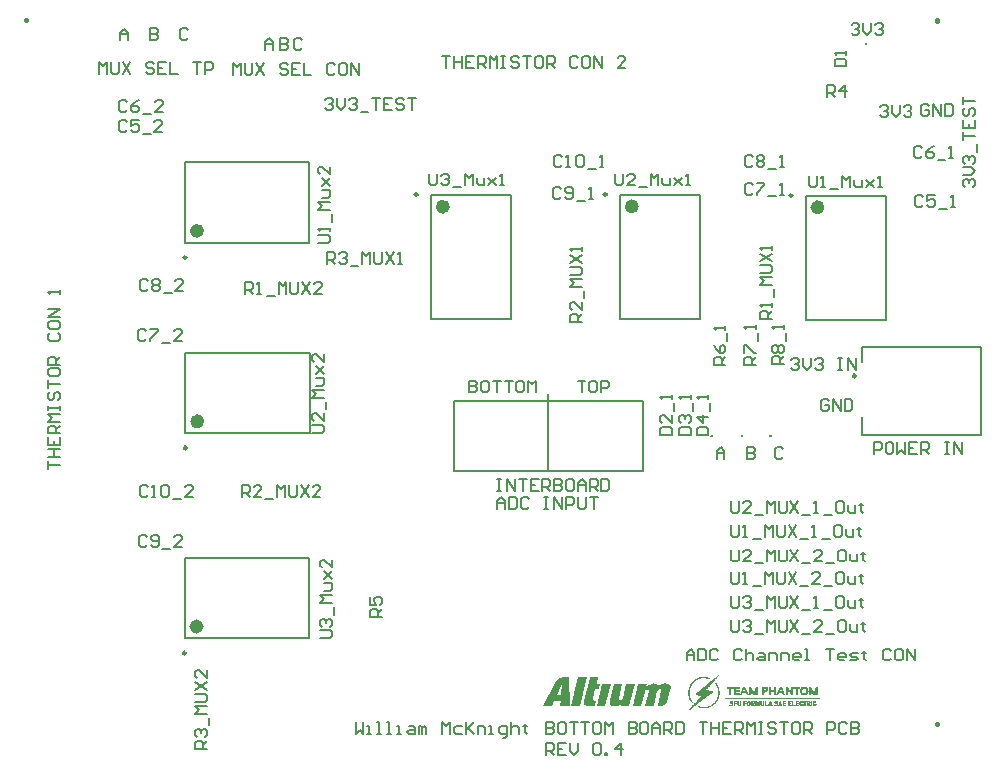
<source format=gto>
G04*
G04 #@! TF.GenerationSoftware,Altium Limited,Altium Designer,18.1.11 (251)*
G04*
G04 Layer_Color=65535*
%FSLAX25Y25*%
%MOIN*%
G70*
G01*
G75*
%ADD10C,0.01000*%
%ADD11C,0.00984*%
%ADD12C,0.02362*%
%ADD13C,0.00787*%
%ADD14C,0.01500*%
%ADD15C,0.00591*%
G36*
X437354Y174462D02*
X434111D01*
X434202Y176083D01*
X432089D01*
X431378Y174471D01*
X428180Y174462D01*
X432189Y182068D01*
X432289Y182223D01*
X432389Y182378D01*
X432480Y182506D01*
X432571Y182624D01*
X432644Y182715D01*
X432708Y182788D01*
X432744Y182825D01*
X432763Y182843D01*
X432890Y182970D01*
X433018Y183089D01*
X433145Y183189D01*
X433255Y183280D01*
X433355Y183344D01*
X433437Y183398D01*
X433482Y183435D01*
X433501Y183444D01*
X433655Y183535D01*
X433801Y183608D01*
X433938Y183672D01*
X434065Y183726D01*
X434175Y183772D01*
X434257Y183799D01*
X434311Y183818D01*
X434320Y183827D01*
X434330D01*
X434512Y183872D01*
X434676Y183899D01*
X434831Y183918D01*
X435077D01*
X435159Y183909D01*
X435213Y183899D01*
X435231D01*
X435432Y183991D01*
X437008D01*
X437354Y174462D01*
D02*
G37*
G36*
X469321Y181914D02*
X469467Y181904D01*
X469594Y181886D01*
X469695Y181868D01*
X469777Y181850D01*
X469822Y181841D01*
X469840Y181832D01*
X469977Y181786D01*
X470105Y181740D01*
X470214Y181686D01*
X470314Y181640D01*
X470387Y181595D01*
X470451Y181558D01*
X470487Y181531D01*
X470496Y181522D01*
X470597Y181422D01*
X470669Y181312D01*
X470733Y181203D01*
X470779Y181103D01*
X470806Y181012D01*
X470824Y180930D01*
X470842Y180884D01*
Y180875D01*
Y180866D01*
X470861Y180702D01*
Y180538D01*
X470842Y180365D01*
X470824Y180210D01*
X470806Y180064D01*
X470797Y180010D01*
X470779Y179955D01*
X470770Y179909D01*
Y179882D01*
X470760Y179864D01*
Y179855D01*
X469758Y175828D01*
X469722Y175719D01*
X469686Y175619D01*
X469585Y175427D01*
X469467Y175263D01*
X469348Y175118D01*
X469239Y175008D01*
X469148Y174926D01*
X469111Y174890D01*
X469084Y174872D01*
X469066Y174862D01*
X469057Y174853D01*
X468847Y174726D01*
X468638Y174635D01*
X468437Y174562D01*
X468255Y174516D01*
X468091Y174489D01*
X468027Y174480D01*
X467964D01*
X467918Y174471D01*
X466588D01*
X467754Y179235D01*
X467791Y179381D01*
X467809Y179499D01*
X467818Y179600D01*
X467809Y179673D01*
X467800Y179736D01*
X467791Y179782D01*
X467781Y179800D01*
X467772Y179809D01*
X467718Y179864D01*
X467654Y179900D01*
X467581Y179937D01*
X467508Y179955D01*
X467435Y179964D01*
X467381Y179973D01*
X467326D01*
X467198Y179964D01*
X467089Y179946D01*
X466989Y179909D01*
X466898Y179882D01*
X466834Y179846D01*
X466788Y179809D01*
X466752Y179791D01*
X466743Y179782D01*
X466670Y179709D01*
X466597Y179627D01*
X466542Y179545D01*
X466506Y179463D01*
X466470Y179390D01*
X466442Y179335D01*
X466433Y179299D01*
X466424Y179281D01*
X465231Y174471D01*
X462416D01*
X463582Y179226D01*
X463618Y179372D01*
X463636Y179490D01*
X463646Y179590D01*
X463636Y179673D01*
X463618Y179736D01*
X463609Y179782D01*
X463600Y179800D01*
X463591Y179809D01*
X463545Y179864D01*
X463473Y179900D01*
X463409Y179937D01*
X463336Y179955D01*
X463263Y179964D01*
X463208Y179973D01*
X463154D01*
X463035Y179964D01*
X462926Y179946D01*
X462826Y179919D01*
X462744Y179882D01*
X462680Y179846D01*
X462634Y179818D01*
X462598Y179800D01*
X462589Y179791D01*
X462516Y179718D01*
X462443Y179627D01*
X462388Y179527D01*
X462352Y179436D01*
X462316Y179345D01*
X462288Y179272D01*
X462279Y179226D01*
X462270Y179217D01*
Y179208D01*
X461076Y174471D01*
X458261D01*
X460047Y181731D01*
X462898D01*
X462733Y181057D01*
X464930Y181886D01*
X464985Y181932D01*
X465222Y181923D01*
X465340Y181914D01*
X465440Y181895D01*
X465522Y181886D01*
X465586Y181868D01*
X465622Y181859D01*
X465641D01*
X465759Y181832D01*
X465868Y181795D01*
X465960Y181759D01*
X466051Y181722D01*
X466114Y181695D01*
X466160Y181668D01*
X466196Y181649D01*
X466206Y181640D01*
X466351Y181522D01*
X466406Y181458D01*
X466451Y181403D01*
X466488Y181349D01*
X466515Y181303D01*
X466533Y181276D01*
X466542Y181267D01*
X466588Y181185D01*
X466624Y181112D01*
X466652Y181039D01*
X466670Y180975D01*
X466688Y180921D01*
Y180884D01*
X466697Y180857D01*
Y180848D01*
X466743Y180939D01*
X466798Y181030D01*
X466861Y181112D01*
X466934Y181185D01*
X466989Y181239D01*
X467044Y181285D01*
X467080Y181312D01*
X467089Y181321D01*
X467198Y181403D01*
X467299Y181467D01*
X467399Y181531D01*
X467490Y181577D01*
X467563Y181613D01*
X467618Y181640D01*
X467654Y181649D01*
X467663Y181658D01*
X467791Y181704D01*
X467918Y181750D01*
X468037Y181786D01*
X468137Y181813D01*
X468219Y181832D01*
X468283Y181850D01*
X468319Y181859D01*
X468337D01*
X468574Y181904D01*
X468683Y181914D01*
X468784Y181923D01*
X468866Y181932D01*
X469157D01*
X469321Y181914D01*
D02*
G37*
G36*
X457141Y174462D02*
X454335Y174462D01*
X454493Y175130D01*
X454344Y174981D01*
X454180Y174853D01*
X454025Y174753D01*
X453889Y174671D01*
X453789Y174607D01*
X453743Y174589D01*
X453716Y174571D01*
X453697Y174562D01*
X453688D01*
X453461Y174471D01*
X453233Y174407D01*
X453014Y174361D01*
X452814Y174334D01*
X452713Y174316D01*
X452632D01*
X452559Y174307D01*
X452495Y174298D01*
X452194D01*
X452039Y174307D01*
X451894Y174325D01*
X451775Y174343D01*
X451666Y174361D01*
X451593Y174371D01*
X451547Y174389D01*
X451529D01*
X451402Y174434D01*
X451283Y174480D01*
X451174Y174534D01*
X451083Y174580D01*
X451010Y174626D01*
X450955Y174662D01*
X450919Y174689D01*
X450910Y174698D01*
X450810Y174790D01*
X450728Y174890D01*
X450664Y174990D01*
X450609Y175090D01*
X450573Y175181D01*
X450555Y175254D01*
X450536Y175300D01*
Y175318D01*
X450518Y175482D01*
Y175646D01*
X450527Y175819D01*
X450545Y175974D01*
X450573Y176120D01*
X450582Y176174D01*
X450591Y176229D01*
X450600Y176275D01*
Y176302D01*
X450609Y176320D01*
Y176329D01*
X451939Y181640D01*
X452140Y181731D01*
X454781D01*
X453606Y177012D01*
X453579Y176857D01*
X453561Y176721D01*
Y176611D01*
X453570Y176530D01*
X453579Y176466D01*
X453588Y176420D01*
X453606Y176393D01*
Y176384D01*
X453652Y176329D01*
X453716Y176284D01*
X453789Y176256D01*
X453861Y176229D01*
X453925Y176220D01*
X453980Y176211D01*
X454025D01*
X454153Y176220D01*
X454262Y176238D01*
X454353Y176265D01*
X454435Y176302D01*
X454499Y176338D01*
X454554Y176366D01*
X454581Y176384D01*
X454590Y176393D01*
X454672Y176475D01*
X454736Y176566D01*
X454791Y176666D01*
X454836Y176757D01*
X454873Y176848D01*
X454900Y176921D01*
X454918Y176967D01*
Y176985D01*
X456112Y181731D01*
X458936Y181731D01*
X457141Y174462D01*
D02*
G37*
G36*
X449142Y174462D02*
X446337D01*
X448113Y181731D01*
X450946D01*
X449142Y174462D01*
D02*
G37*
G36*
X440524D02*
X437709D01*
X440060Y183899D01*
X440260Y183991D01*
X442893D01*
X440524Y174462D01*
D02*
G37*
G36*
X446218Y181731D02*
X447320D01*
X446910Y179955D01*
X445808D01*
X444988Y176721D01*
X444970Y176621D01*
X444961Y176530D01*
Y176457D01*
X444979Y176402D01*
X444988Y176366D01*
X444997Y176329D01*
X445016Y176320D01*
Y176311D01*
X445070Y176275D01*
X445134Y176256D01*
X445280Y176229D01*
X445343Y176220D01*
X445945D01*
X445535Y174471D01*
X445362Y174452D01*
X445207Y174443D01*
X445061Y174434D01*
X444934Y174425D01*
X444833D01*
X444751Y174416D01*
X444688D01*
X444551Y174407D01*
X444296D01*
X444187Y174398D01*
X443740D01*
X443540Y174407D01*
X443358Y174416D01*
X443212Y174434D01*
X443084Y174443D01*
X442993Y174462D01*
X442966D01*
X442939Y174471D01*
X442920D01*
X442774Y174507D01*
X442638Y174544D01*
X442529Y174589D01*
X442428Y174635D01*
X442355Y174671D01*
X442301Y174707D01*
X442264Y174726D01*
X442255Y174735D01*
X442164Y174808D01*
X442091Y174899D01*
X442037Y174990D01*
X441991Y175090D01*
X441964Y175172D01*
X441946Y175245D01*
X441936Y175291D01*
Y175309D01*
X441927Y175464D01*
X441936Y175619D01*
X441955Y175764D01*
X441982Y175901D01*
X442000Y176010D01*
X442028Y176101D01*
X442037Y176138D01*
Y176165D01*
X442046Y176174D01*
Y176183D01*
X443950Y183808D01*
X444150Y183899D01*
X446792D01*
X446218Y181731D01*
D02*
G37*
G36*
X482302Y184104D02*
X482379D01*
X482477Y184093D01*
X482586Y184071D01*
X482696Y184060D01*
X482969Y184017D01*
X483275Y183940D01*
X483592Y183853D01*
X483931Y183732D01*
X483800Y183339D01*
X483789D01*
X483756Y183350D01*
X483712Y183372D01*
X483647Y183382D01*
X483570Y183415D01*
X483483Y183437D01*
X483373Y183470D01*
X483264Y183492D01*
X483013Y183557D01*
X482728Y183612D01*
X482433Y183645D01*
X482127Y183667D01*
X481843D01*
X481745Y183656D01*
X481636Y183645D01*
X481406Y183623D01*
X481144Y183590D01*
X480870Y183536D01*
X480586Y183459D01*
X480575D01*
X480553Y183448D01*
X480510Y183437D01*
X480455Y183415D01*
X480389Y183394D01*
X480313Y183372D01*
X480138Y183295D01*
X479919Y183197D01*
X479690Y183087D01*
X479438Y182945D01*
X479198Y182792D01*
X479187D01*
X479165Y182771D01*
X479133Y182749D01*
X479089Y182716D01*
X479034Y182672D01*
X478958Y182617D01*
X478805Y182475D01*
X478619Y182311D01*
X478411Y182115D01*
X478193Y181885D01*
X477985Y181623D01*
Y181612D01*
X477963Y181590D01*
X477952Y181557D01*
X477919Y181514D01*
X477886Y181459D01*
X477843Y181382D01*
X477755Y181218D01*
X477657Y181000D01*
X477548Y180770D01*
X477449Y180497D01*
X477351Y180213D01*
Y180202D01*
X477340Y180180D01*
X477329Y180136D01*
X477318Y180082D01*
X477307Y180016D01*
X477285Y179940D01*
X477263Y179852D01*
X477252Y179754D01*
X477220Y179524D01*
X477187Y179273D01*
X477165Y178989D01*
Y178705D01*
Y178694D01*
Y178672D01*
Y178628D01*
X477176Y178573D01*
X477187Y178497D01*
Y178420D01*
X477198Y178322D01*
X477220Y178213D01*
X477252Y177961D01*
X477318Y177677D01*
X477384Y177360D01*
X477482Y177032D01*
Y177021D01*
X477493Y177010D01*
X477515Y176978D01*
X477537Y176934D01*
X477559Y176879D01*
X477602Y176814D01*
X477690Y176650D01*
X477799Y176453D01*
X477941Y176234D01*
X478105Y175994D01*
X478302Y175732D01*
X478094Y175546D01*
X477876Y175589D01*
X477865Y175600D01*
X477854Y175622D01*
X477821Y175655D01*
X477788Y175699D01*
X477744Y175764D01*
X477690Y175830D01*
X477624Y175917D01*
X477569Y176016D01*
X477427Y176234D01*
X477285Y176486D01*
X477154Y176770D01*
X477034Y177087D01*
Y177098D01*
X477023Y177120D01*
X477001Y177163D01*
X476990Y177218D01*
X476957Y177284D01*
X476935Y177371D01*
X476903Y177459D01*
X476881Y177568D01*
X476815Y177808D01*
X476761Y178082D01*
X476717Y178377D01*
X476695Y178694D01*
Y178705D01*
Y178737D01*
Y178781D01*
Y178847D01*
Y178923D01*
X476706Y179010D01*
Y179120D01*
X476717Y179229D01*
X476750Y179491D01*
X476783Y179787D01*
X476848Y180104D01*
X476935Y180420D01*
Y180431D01*
X476946Y180453D01*
X476957Y180497D01*
X476979Y180552D01*
X477001Y180617D01*
X477034Y180705D01*
X477110Y180891D01*
X477209Y181109D01*
X477340Y181339D01*
X477482Y181579D01*
X477657Y181819D01*
X477668Y181831D01*
X477679Y181852D01*
X477712Y181896D01*
X477755Y181962D01*
X477810Y182027D01*
X477876Y182115D01*
X478028Y182311D01*
X478214Y182519D01*
X478433Y182749D01*
X478673Y182978D01*
X478936Y183186D01*
X478947Y183197D01*
X478968Y183208D01*
X479001Y183229D01*
X479056Y183262D01*
X479122Y183306D01*
X479198Y183350D01*
X479285Y183404D01*
X479384Y183459D01*
X479613Y183568D01*
X479865Y183689D01*
X480149Y183809D01*
X480444Y183907D01*
X480455D01*
X480477Y183918D01*
X480521Y183929D01*
X480586Y183951D01*
X480663Y183962D01*
X480750Y183984D01*
X480849Y184005D01*
X480969Y184027D01*
X481220Y184071D01*
X481504Y184104D01*
X481821Y184115D01*
X482237D01*
X482302Y184104D01*
D02*
G37*
G36*
X505998Y177961D02*
X505277D01*
Y179076D01*
X504217Y179076D01*
Y177961D01*
X503736D01*
X503495Y178082D01*
Y180814D01*
X504217D01*
Y179721D01*
X505277Y179721D01*
Y180814D01*
X505998D01*
Y177961D01*
D02*
G37*
G36*
X511769D02*
X511081D01*
X509890Y179907D01*
Y177961D01*
X509179D01*
Y180814D01*
X509846D01*
X511048Y178912D01*
Y180814D01*
X511769D01*
Y177961D01*
D02*
G37*
G36*
X502643Y180803D02*
X502741Y180781D01*
X502851Y180759D01*
X502971Y180716D01*
X503080Y180661D01*
X503179Y180584D01*
X503189Y180573D01*
X503211Y180541D01*
X503255Y180497D01*
X503299Y180420D01*
X503342Y180333D01*
X503386Y180224D01*
X503408Y180093D01*
X503419Y179950D01*
Y179929D01*
Y179874D01*
X503408Y179797D01*
X503375Y179688D01*
X503342Y179579D01*
X503288Y179459D01*
X503211Y179338D01*
X503102Y179229D01*
X503091Y179218D01*
X503047Y179185D01*
X502971Y179142D01*
X502861Y179076D01*
X502719Y179022D01*
X502544Y178956D01*
X502337Y178901D01*
X502085Y178858D01*
X501998Y179513D01*
X502020D01*
X502064Y179524D01*
X502129Y179535D01*
X502217Y179557D01*
X502381Y179612D01*
X502468Y179645D01*
X502523Y179677D01*
X502534D01*
X502544Y179699D01*
X502599Y179754D01*
X502643Y179830D01*
X502654Y179885D01*
X502665Y179940D01*
Y179950D01*
Y179961D01*
X502654Y180005D01*
X502643Y180060D01*
X502610Y180104D01*
X502599Y180114D01*
X502577Y180125D01*
X502523Y180136D01*
X502457Y180147D01*
X501922D01*
Y177961D01*
X501441D01*
X501200Y178082D01*
Y180814D01*
X502566D01*
X502643Y180803D01*
D02*
G37*
G36*
X520044Y177961D02*
X519366D01*
Y179776D01*
X518841Y177961D01*
X518273D01*
X517737Y179776D01*
Y177961D01*
X517060D01*
Y180814D01*
X517748D01*
X518568Y178836D01*
X519355Y180814D01*
X520044D01*
Y177961D01*
D02*
G37*
G36*
X500052Y177961D02*
X499364D01*
Y179776D01*
X498850Y177961D01*
X498271D01*
X497746Y179776D01*
Y177961D01*
X497298D01*
X497058Y178082D01*
Y180814D01*
X497768D01*
X498566Y178836D01*
X499375Y180814D01*
X500052D01*
Y177961D01*
D02*
G37*
G36*
X514032Y180705D02*
Y180158D01*
X513278D01*
Y177961D01*
X512556D01*
Y180158D01*
X511802D01*
Y180814D01*
X514032D01*
Y180705D01*
D02*
G37*
G36*
X509102Y177961D02*
X508381D01*
X508075Y178672D01*
X507168D01*
X507365Y179317D01*
X507867D01*
X507572Y180082D01*
X506807Y178049D01*
X506753Y178016D01*
X506075Y177961D01*
X507233Y180814D01*
X507922D01*
X509102Y177961D01*
D02*
G37*
G36*
X496981Y177961D02*
X496249D01*
X495954Y178672D01*
X495047D01*
X495243Y179317D01*
X495735D01*
X495451Y180082D01*
X494664Y177961D01*
X493975D01*
Y177988D01*
X495123Y180814D01*
X495801D01*
X496981Y177961D01*
D02*
G37*
G36*
X493954Y180705D02*
Y180158D01*
X492642D01*
Y179721D01*
X493899D01*
Y179065D01*
X492631D01*
Y178606D01*
X493975D01*
Y177988D01*
X493964Y177961D01*
X491921D01*
Y180814D01*
X493954D01*
Y180705D01*
D02*
G37*
G36*
X491888D02*
Y180158D01*
X491123D01*
Y177961D01*
X490401D01*
Y180158D01*
X489647D01*
Y180814D01*
X491888D01*
Y180705D01*
D02*
G37*
G36*
X515529Y180825D02*
X515650Y180814D01*
X515814Y180792D01*
X515977Y180737D01*
X516152Y180672D01*
X516327Y180585D01*
X516469Y180453D01*
X516480Y180431D01*
X516524Y180388D01*
X516579Y180300D01*
X516655Y180180D01*
X516721Y180027D01*
X516775Y179841D01*
X516819Y179633D01*
X516830Y179382D01*
Y179371D01*
Y179349D01*
Y179317D01*
Y179262D01*
X516808Y179142D01*
X516786Y178978D01*
X516743Y178803D01*
X516677Y178628D01*
X516590Y178453D01*
X516469Y178300D01*
X516458Y178289D01*
X516404Y178245D01*
X516316Y178191D01*
X516207Y178125D01*
X516054Y178049D01*
X515879Y177994D01*
X515660Y177950D01*
X515409Y177939D01*
X515344D01*
X515300Y177950D01*
X515180Y177961D01*
X515027Y177983D01*
X514863Y178027D01*
X514688Y178092D01*
X514524Y178180D01*
X514371Y178300D01*
X514360Y178322D01*
X514316Y178366D01*
X514261Y178453D01*
X514196Y178573D01*
X514141Y178726D01*
X514097Y178912D01*
X514076Y179120D01*
X514087Y179371D01*
X513966Y179382D01*
Y179393D01*
Y179415D01*
Y179448D01*
X513977Y179502D01*
X513988Y179623D01*
X514010Y179776D01*
X514054Y179950D01*
X514119Y180125D01*
X514207Y180300D01*
X514327Y180453D01*
X514349Y180475D01*
X514393Y180519D01*
X514480Y180573D01*
X514600Y180650D01*
X514753Y180716D01*
X514939Y180781D01*
X515158Y180825D01*
X515409Y180836D01*
X515475D01*
X515529Y180825D01*
D02*
G37*
G36*
X520612Y176617D02*
X489057Y176617D01*
Y176956D01*
X489232Y177010D01*
X520612Y177065D01*
Y176617D01*
D02*
G37*
G36*
X506228Y176016D02*
X506326Y175994D01*
X506337D01*
X506348Y175983D01*
X506414Y175950D01*
X506512Y175896D01*
X506632Y175808D01*
X506425Y175469D01*
X506414D01*
X506403Y175480D01*
X506337Y175502D01*
X506250Y175535D01*
X506173Y175557D01*
X506162Y175568D01*
X506119Y175578D01*
X506064Y175590D01*
X505998D01*
X505966Y175578D01*
X505955D01*
X505911Y175557D01*
X505900Y175535D01*
Y175524D01*
Y175502D01*
Y175491D01*
Y175469D01*
X505911Y175458D01*
X505922Y175436D01*
X505944Y175426D01*
X505988D01*
X506020Y175415D01*
X506031Y175404D01*
X506075Y175393D01*
X506173D01*
X506239Y175382D01*
X506315Y175360D01*
X506392Y175327D01*
X506414Y175316D01*
X506447Y175294D01*
X506501Y175262D01*
X506556Y175207D01*
X506567Y175196D01*
X506589Y175152D01*
X506621Y175098D01*
X506643Y175032D01*
X506654Y175021D01*
X506665Y174977D01*
X506676Y174923D01*
Y174857D01*
Y174846D01*
Y174813D01*
X506665Y174759D01*
X506654Y174704D01*
X506632Y174638D01*
X506610Y174562D01*
X506567Y174496D01*
X506512Y174442D01*
X506501D01*
X506479Y174420D01*
X506447Y174398D01*
X506392Y174376D01*
X506326Y174354D01*
X506250Y174332D01*
X506151Y174322D01*
X506042Y174311D01*
X505977D01*
X505922Y174322D01*
X505813Y174332D01*
X505682Y174365D01*
X505670D01*
X505660Y174376D01*
X505627Y174398D01*
X505583Y174420D01*
X505539Y174453D01*
X505474Y174496D01*
X505419Y174551D01*
X505353Y174617D01*
X505616Y174923D01*
X505627D01*
X505638Y174901D01*
X505703Y174868D01*
X505791Y174813D01*
X505856Y174781D01*
X505867D01*
X505922Y174770D01*
X505966D01*
X506020Y174759D01*
X506162D01*
X506130Y174737D01*
X506108Y174715D01*
X506097Y174704D01*
X506162Y174759D01*
X506184Y174781D01*
X506195D01*
X506206Y174802D01*
X506217Y174824D01*
Y174857D01*
Y174868D01*
Y174879D01*
X506195Y174901D01*
X506184Y174912D01*
X506162Y174934D01*
X506130Y174945D01*
X506009D01*
X505988Y174955D01*
X505922Y174966D01*
X505900D01*
X505856Y174977D01*
X505791Y174999D01*
X505714Y175021D01*
X505703Y175032D01*
X505660Y175054D01*
X505616Y175098D01*
X505572Y175141D01*
X505561Y175152D01*
X505528Y175196D01*
X505496Y175240D01*
X505463Y175305D01*
Y175327D01*
X505452Y175371D01*
X505441Y175426D01*
X505430Y175502D01*
Y175513D01*
Y175524D01*
Y175578D01*
X505441Y175644D01*
X505463Y175721D01*
X505474Y175742D01*
X505496Y175775D01*
X505539Y175841D01*
X505605Y175896D01*
X505616Y175906D01*
X505660Y175939D01*
X505714Y175972D01*
X505791Y176005D01*
X505813Y176016D01*
X505867Y176027D01*
X505944Y176038D01*
X506141D01*
X506228Y176016D01*
D02*
G37*
G36*
X491330Y176016D02*
X491429Y175994D01*
X491440D01*
X491451Y175983D01*
X491516Y175950D01*
X491614Y175896D01*
X491735Y175808D01*
X491527Y175469D01*
X491516D01*
X491505Y175480D01*
X491440Y175502D01*
X491352Y175535D01*
X491276Y175557D01*
X491265Y175568D01*
X491221Y175578D01*
X491166Y175589D01*
X491090D01*
X491068Y175578D01*
X491057D01*
X491013Y175557D01*
X491003Y175535D01*
Y175524D01*
X490991Y175502D01*
Y175491D01*
Y175480D01*
X491003Y175469D01*
X491024Y175436D01*
X491046Y175426D01*
X491090D01*
X491123Y175415D01*
X491134Y175404D01*
X491166Y175393D01*
X491276D01*
X491341Y175382D01*
X491418Y175360D01*
X491494Y175327D01*
X491516Y175316D01*
X491549Y175294D01*
X491604Y175261D01*
X491658Y175207D01*
X491669Y175196D01*
X491691Y175152D01*
X491724Y175098D01*
X491746Y175032D01*
X491757Y175021D01*
X491768Y174977D01*
X491779Y174934D01*
Y174879D01*
Y174868D01*
Y174835D01*
X491768Y174781D01*
X491757Y174715D01*
X491735Y174638D01*
X491702Y174573D01*
X491658Y174496D01*
X491604Y174442D01*
X491593D01*
X491571Y174420D01*
X491538Y174398D01*
X491483Y174376D01*
X491418Y174354D01*
X491341Y174332D01*
X491254Y174322D01*
X491145Y174311D01*
X491079D01*
X491024Y174322D01*
X490915Y174332D01*
X490784Y174365D01*
X490773D01*
X490762Y174376D01*
X490729Y174398D01*
X490686Y174420D01*
X490631Y174453D01*
X490576Y174496D01*
X490511Y174551D01*
X490445Y174617D01*
X490718Y174923D01*
X490729D01*
X490740Y174901D01*
X490806Y174868D01*
X490882Y174813D01*
X490948Y174781D01*
X490970D01*
X491024Y174770D01*
X491068D01*
X491123Y174759D01*
X491265D01*
X491232Y174737D01*
X491210Y174715D01*
X491199Y174704D01*
X491265Y174759D01*
X491287Y174781D01*
X491298D01*
X491308Y174802D01*
X491319Y174824D01*
Y174857D01*
Y174868D01*
X491298Y174901D01*
X491276Y174912D01*
X491254Y174934D01*
X491221Y174945D01*
X491123D01*
X491101Y174955D01*
X491024Y174966D01*
X491003D01*
X490959Y174977D01*
X490893Y174999D01*
X490817Y175021D01*
X490806Y175032D01*
X490762Y175054D01*
X490718Y175087D01*
X490664Y175130D01*
X490653Y175152D01*
X490631Y175185D01*
X490587Y175251D01*
X490554Y175305D01*
Y175316D01*
X490543Y175360D01*
X490532Y175426D01*
X490521Y175502D01*
Y175513D01*
Y175524D01*
X490532Y175578D01*
X490543Y175644D01*
X490565Y175721D01*
X490576Y175742D01*
X490598Y175775D01*
X490631Y175830D01*
X490686Y175884D01*
X490696Y175896D01*
X490740Y175928D01*
X490806Y175972D01*
X490882Y176005D01*
X490893D01*
X490904Y176016D01*
X490959Y176027D01*
X491035Y176038D01*
X491232D01*
X491330Y176016D01*
D02*
G37*
G36*
X519027Y176016D02*
X519114Y175994D01*
X519136Y175983D01*
X519180Y175972D01*
X519246Y175928D01*
X519311Y175874D01*
X519322Y175863D01*
X519355Y175830D01*
X519399Y175786D01*
X519442Y175721D01*
X519453Y175699D01*
X519464Y175677D01*
X519475Y175644D01*
X519486Y175590D01*
X519497Y175535D01*
X519508Y175458D01*
X519519Y175371D01*
X519060D01*
Y175382D01*
Y175393D01*
X519038Y175436D01*
X519027Y175480D01*
X519016Y175513D01*
X519005Y175524D01*
X518983Y175557D01*
X518972Y175568D01*
X518918Y175578D01*
X518907D01*
X518896Y175590D01*
X518852D01*
X518819Y175578D01*
X518797D01*
X518786Y175568D01*
X518765Y175546D01*
X518754Y175535D01*
X518732Y175513D01*
X518721Y175502D01*
X518710Y175491D01*
Y175480D01*
Y175458D01*
Y175447D01*
X518699Y175426D01*
X518688Y175360D01*
Y175349D01*
Y175316D01*
Y175262D01*
Y175185D01*
Y175163D01*
Y175109D01*
Y175054D01*
Y174999D01*
Y174988D01*
X518699Y174966D01*
X518710Y174890D01*
Y174879D01*
Y174846D01*
X518721D01*
X518732Y174835D01*
X518743Y174824D01*
X518765Y174802D01*
X518776Y174792D01*
X518797Y174781D01*
X518808Y174770D01*
X518830Y174759D01*
X518907D01*
X518939Y174770D01*
X518961Y174792D01*
X518972Y174802D01*
X518994Y174824D01*
X519027Y174879D01*
X519071Y174966D01*
X519519D01*
Y174857D01*
Y174846D01*
X519508Y174835D01*
X519486Y174759D01*
X519464Y174682D01*
X519420Y174595D01*
X519410Y174584D01*
X519388Y174540D01*
X519333Y174486D01*
X519278Y174431D01*
X519267Y174420D01*
X519224Y174398D01*
X519158Y174376D01*
X519093Y174343D01*
X519071D01*
X519027Y174332D01*
X518961Y174322D01*
X518874Y174311D01*
X518808D01*
X518743Y174322D01*
X518677Y174332D01*
X518666D01*
X518634Y174354D01*
X518579Y174365D01*
X518513Y174398D01*
X518502Y174409D01*
X518469Y174442D01*
X518426Y174486D01*
X518382Y174518D01*
Y174529D01*
X518360Y174551D01*
X518306Y174617D01*
Y174628D01*
X518295Y174638D01*
X518273Y174682D01*
Y174693D01*
X518262Y174704D01*
Y174715D01*
Y174726D01*
X518251Y174748D01*
Y174759D01*
Y174770D01*
X518240Y174813D01*
Y174824D01*
X518229Y174846D01*
Y174879D01*
X518218Y174945D01*
Y174966D01*
Y175010D01*
Y175087D01*
Y175185D01*
Y175196D01*
Y175207D01*
Y175262D01*
Y175338D01*
Y175404D01*
Y175426D01*
X518229Y175458D01*
Y175502D01*
X518240Y175546D01*
Y175557D01*
Y175578D01*
X518262Y175633D01*
Y175644D01*
X518273Y175666D01*
X518295Y175721D01*
X518306Y175732D01*
X518328Y175764D01*
X518393Y175841D01*
X518404Y175852D01*
X518426Y175874D01*
X518480Y175928D01*
X518502Y175939D01*
X518546Y175961D01*
X518612Y175994D01*
X518677Y176016D01*
X518699D01*
X518743Y176027D01*
X518797Y176038D01*
X518951D01*
X519027Y176016D01*
D02*
G37*
G36*
X500632Y174322D02*
X500162D01*
Y174783D01*
X500052Y174529D01*
X499703D01*
X499582Y174808D01*
Y174322D01*
X499113D01*
Y175917D01*
X499298Y175972D01*
X499528Y176027D01*
X499878Y175076D01*
X500216Y176027D01*
X500632D01*
Y174322D01*
D02*
G37*
G36*
X502085Y174934D02*
Y174923D01*
Y174912D01*
X502074Y174857D01*
X502064Y174770D01*
X502031Y174682D01*
X502020Y174660D01*
X501998Y174617D01*
X501943Y174551D01*
X501889Y174475D01*
X501878Y174464D01*
X501834Y174431D01*
X501768Y174387D01*
X501681Y174343D01*
X501659D01*
X501605Y174332D01*
X501528Y174322D01*
X501430Y174311D01*
X501342D01*
X501266Y174322D01*
X501178Y174343D01*
X501156Y174354D01*
X501113Y174376D01*
X501036Y174420D01*
X500960Y174486D01*
X500949Y174496D01*
X500905Y174540D01*
X500861Y174606D01*
X500818Y174682D01*
X500807Y174704D01*
X500796Y174759D01*
X500785Y174835D01*
X500774Y174934D01*
Y175917D01*
X500960Y175972D01*
X501244Y176027D01*
Y174966D01*
Y174955D01*
Y174934D01*
Y174901D01*
X501255Y174868D01*
X501266Y174846D01*
X501299Y174813D01*
X501309D01*
X501320Y174792D01*
X501353Y174770D01*
X501375D01*
X501397Y174759D01*
X501451D01*
X501495Y174770D01*
X501506D01*
X501517Y174781D01*
X501550Y174802D01*
X501561Y174813D01*
X501572Y174824D01*
X501594Y174868D01*
Y174879D01*
X501605Y174901D01*
X501615Y174966D01*
Y176027D01*
X502085D01*
Y174934D01*
D02*
G37*
G36*
X494380D02*
Y174923D01*
Y174912D01*
X494369Y174857D01*
X494358Y174770D01*
X494325Y174682D01*
X494314Y174660D01*
X494292Y174617D01*
X494249Y174551D01*
X494194Y174475D01*
X494183Y174464D01*
X494139Y174431D01*
X494074Y174387D01*
X493986Y174343D01*
X493964D01*
X493910Y174332D01*
X493833Y174322D01*
X493735Y174311D01*
X493647D01*
X493571Y174322D01*
X493484Y174343D01*
X493462Y174354D01*
X493418Y174376D01*
X493341Y174420D01*
X493265Y174486D01*
X493254Y174496D01*
X493210Y174540D01*
X493167Y174606D01*
X493123Y174682D01*
X493112Y174704D01*
X493101Y174759D01*
X493090Y174835D01*
X493079Y174934D01*
Y175917D01*
X493265Y175972D01*
X493549Y176027D01*
Y174966D01*
Y174955D01*
Y174934D01*
Y174901D01*
X493560Y174868D01*
X493571Y174846D01*
X493604Y174813D01*
X493615D01*
X493626Y174792D01*
X493658Y174770D01*
X493680D01*
X493702Y174759D01*
X493757D01*
X493800Y174770D01*
X493812D01*
X493822Y174781D01*
X493855Y174813D01*
X493866D01*
X493877Y174824D01*
X493899Y174868D01*
Y174879D01*
X493910Y174901D01*
X493921Y174966D01*
Y176027D01*
X494380D01*
Y174934D01*
D02*
G37*
G36*
X504851Y174322D02*
X504403D01*
X504383Y174699D01*
X503900Y174650D01*
X503791Y174322D01*
X503430D01*
Y174579D01*
X503342Y174322D01*
X502239D01*
Y175917D01*
X502413Y175972D01*
X502687Y176027D01*
Y174759D01*
X503430D01*
Y174579D01*
X503922Y176027D01*
X504272D01*
X504851Y174322D01*
D02*
G37*
G36*
X518098Y174322D02*
X517628D01*
Y176027D01*
X518098D01*
Y174322D01*
D02*
G37*
G36*
X517092Y176016D02*
X517158Y175994D01*
X517180D01*
X517213Y175972D01*
X517278Y175950D01*
X517333Y175917D01*
X517344Y175906D01*
X517387Y175863D01*
X517420Y175797D01*
X517464Y175732D01*
X517475Y175710D01*
X517497Y175666D01*
X517508Y175600D01*
X517519Y175513D01*
Y175502D01*
Y175480D01*
Y175447D01*
X517508Y175404D01*
X517475Y175294D01*
X517420Y175185D01*
X517409Y175163D01*
X517366Y175119D01*
X517300Y175065D01*
X517235Y175032D01*
X517573Y174322D01*
X517125D01*
X516808Y174955D01*
X516721D01*
Y174322D01*
X516251D01*
Y175917D01*
X516437Y175972D01*
X516950Y176027D01*
X517027D01*
X517092Y176016D01*
D02*
G37*
G36*
X514589Y176027D02*
X514666Y176005D01*
X514677D01*
X514688Y175994D01*
X514742Y175972D01*
X514808Y175939D01*
X514885Y175874D01*
X514895Y175863D01*
X514928Y175830D01*
X514950Y175803D01*
Y175611D01*
X515030Y175619D01*
X515027Y175633D01*
X515016Y175666D01*
Y175688D01*
X515005Y175710D01*
X514972Y175775D01*
X514950Y175803D01*
Y176027D01*
X516229D01*
Y175611D01*
X515825D01*
Y174322D01*
X515354D01*
Y175649D01*
X515030Y175619D01*
X515037Y175590D01*
X515059Y175535D01*
X515070Y175458D01*
X515081Y175371D01*
X514622D01*
Y175393D01*
X514611Y175426D01*
X514600Y175469D01*
X514578Y175502D01*
Y175513D01*
X514568Y175524D01*
X514535Y175557D01*
X514524Y175568D01*
X514513D01*
X514480Y175578D01*
X514469Y175590D01*
X514426D01*
X514382Y175578D01*
X514360D01*
X514349Y175568D01*
X514316Y175546D01*
X514305Y175535D01*
X514283Y175513D01*
X514272Y175491D01*
Y175480D01*
X514261Y175436D01*
Y175426D01*
X514251Y175393D01*
Y175349D01*
Y175338D01*
Y175305D01*
Y175251D01*
Y175185D01*
Y175163D01*
Y175119D01*
Y175065D01*
Y174999D01*
Y174988D01*
Y174966D01*
X514261Y174890D01*
X514272Y174879D01*
Y174857D01*
X514283Y174846D01*
Y174835D01*
X514294Y174824D01*
X514316Y174802D01*
X514327Y174792D01*
X514349D01*
X514371Y174781D01*
X514382Y174770D01*
X514393Y174759D01*
X514469D01*
X514502Y174770D01*
X514535Y174792D01*
X514546Y174802D01*
X514568Y174824D01*
X514600Y174879D01*
X514644Y174966D01*
X515081D01*
Y174857D01*
Y174846D01*
X515070Y174835D01*
X515059Y174770D01*
X515027Y174682D01*
X514994Y174595D01*
X514983Y174584D01*
X514961Y174540D01*
X514906Y174486D01*
X514852Y174442D01*
X514830Y174431D01*
X514786Y174409D01*
X514721Y174376D01*
X514644Y174343D01*
X514622D01*
X514578Y174332D01*
X514513Y174322D01*
X514436Y174311D01*
X514371D01*
X514305Y174322D01*
X514240Y174332D01*
X514229D01*
X514185Y174354D01*
X514130Y174376D01*
X514076Y174409D01*
X514065Y174420D01*
X514032Y174453D01*
X513988Y174486D01*
X513955Y174518D01*
X513944Y174529D01*
X513923Y174551D01*
X513890Y174584D01*
X513846Y174638D01*
Y174650D01*
Y174660D01*
X513835Y174682D01*
Y174693D01*
X513824Y174704D01*
Y174715D01*
Y174726D01*
X513813Y174748D01*
Y174759D01*
Y174770D01*
X513802Y174813D01*
Y174824D01*
Y174846D01*
X513792Y174890D01*
Y174945D01*
Y174966D01*
Y175010D01*
Y175087D01*
Y175185D01*
Y175196D01*
Y175207D01*
Y175262D01*
Y175327D01*
Y175393D01*
Y175415D01*
Y175447D01*
Y175502D01*
X513802Y175546D01*
Y175557D01*
X513813Y175568D01*
X513824Y175622D01*
Y175633D01*
X513835Y175655D01*
X513857Y175721D01*
X513868Y175732D01*
X513879Y175753D01*
X513912Y175786D01*
X513944Y175830D01*
X513955Y175841D01*
X513988Y175874D01*
X514032Y175906D01*
X514076Y175939D01*
X514087Y175950D01*
X514130Y175972D01*
X514174Y175994D01*
X514240Y176016D01*
X514261D01*
X514305Y176027D01*
X514360Y176038D01*
X514513D01*
X514589Y176027D01*
D02*
G37*
G36*
X513759Y175590D02*
X513037D01*
Y175393D01*
X513660D01*
Y174966D01*
X513037D01*
Y174759D01*
X513759D01*
Y174322D01*
X512567D01*
Y175917D01*
X512742Y175972D01*
X513759Y176027D01*
Y175590D01*
D02*
G37*
G36*
X511769Y174759D02*
X512491D01*
Y174322D01*
X511300D01*
Y175917D01*
X511485Y175972D01*
X511769Y176027D01*
Y174759D01*
D02*
G37*
G36*
X511223Y175590D02*
X510502D01*
Y175393D01*
X511125D01*
Y174966D01*
X510502D01*
Y174759D01*
X511223D01*
Y174322D01*
X510032D01*
Y175917D01*
X510217Y175972D01*
X511223Y176027D01*
Y175590D01*
D02*
G37*
G36*
X509354D02*
X508622D01*
Y175393D01*
X509245D01*
Y174966D01*
X508622D01*
Y174759D01*
X509354D01*
Y174322D01*
X508163D01*
Y175917D01*
X508337Y175972D01*
X509354Y176027D01*
Y175590D01*
D02*
G37*
G36*
X508141Y174322D02*
X507693D01*
X507673Y174699D01*
X507190Y174650D01*
X507081Y174322D01*
X506632D01*
X507212Y176027D01*
X507561D01*
X508141Y174322D01*
D02*
G37*
G36*
X498577Y176016D02*
X498642Y175994D01*
X498664D01*
X498697Y175972D01*
X498763Y175950D01*
X498817Y175917D01*
X498839Y175906D01*
X498872Y175863D01*
X498916Y175797D01*
X498959Y175732D01*
X498970Y175710D01*
X498981Y175666D01*
X499003Y175589D01*
X499014Y175502D01*
Y175491D01*
Y175469D01*
Y175436D01*
X499003Y175393D01*
X498970Y175294D01*
X498916Y175185D01*
X498905Y175163D01*
X498861Y175119D01*
X498796Y175065D01*
X498719Y175032D01*
X499069Y174322D01*
X498610D01*
X498304Y174955D01*
X498205D01*
Y174322D01*
X497735D01*
Y176027D01*
X498511D01*
X498577Y176016D01*
D02*
G37*
G36*
X496325Y175589D02*
X495604D01*
Y175382D01*
X496227D01*
Y174955D01*
X495604D01*
Y174322D01*
X495134D01*
Y176027D01*
X496325D01*
Y175589D01*
D02*
G37*
G36*
X493068D02*
X492347D01*
Y175382D01*
X492970D01*
Y174955D01*
X492347D01*
Y174322D01*
X491877D01*
Y176027D01*
X493068D01*
Y175589D01*
D02*
G37*
G36*
X497090Y176027D02*
X497156Y176016D01*
X497178D01*
X497211Y175994D01*
X497276Y175972D01*
X497331Y175928D01*
X497342Y175917D01*
X497375Y175906D01*
X497407Y175874D01*
X497451Y175830D01*
X497462Y175819D01*
X497484Y175797D01*
X497539Y175721D01*
Y175710D01*
X497549Y175688D01*
X497571Y175622D01*
Y175611D01*
X497582Y175600D01*
X497604Y175535D01*
Y175524D01*
Y175491D01*
Y175436D01*
Y175371D01*
Y175360D01*
X497615Y175316D01*
Y175251D01*
Y175185D01*
Y175163D01*
Y175119D01*
Y175043D01*
X497604Y174977D01*
Y174966D01*
Y174934D01*
Y174879D01*
Y174813D01*
Y174802D01*
X497593Y174781D01*
X497571Y174715D01*
Y174704D01*
X497561Y174682D01*
X497528Y174628D01*
Y174617D01*
X497506Y174595D01*
X497484Y174562D01*
X497451Y174518D01*
X497440Y174507D01*
X497418Y174486D01*
X497375Y174453D01*
X497331Y174409D01*
X497320Y174398D01*
X497276Y174376D01*
X497222Y174354D01*
X497156Y174332D01*
X497145D01*
X497101Y174322D01*
X497036Y174311D01*
X496894D01*
X496828Y174322D01*
X496763Y174332D01*
X496752D01*
X496719Y174354D01*
X496664Y174376D01*
X496599Y174409D01*
X496588Y174420D01*
X496555Y174442D01*
X496467Y174518D01*
X496456Y174529D01*
X496446Y174551D01*
X496391Y174628D01*
Y174638D01*
X496380Y174650D01*
Y174660D01*
X496369D01*
Y174671D01*
X496347Y174704D01*
Y174715D01*
Y174726D01*
Y174748D01*
X496336Y174759D01*
Y174770D01*
X496325Y174802D01*
Y174813D01*
Y174846D01*
Y174890D01*
X496314Y174955D01*
Y174966D01*
Y175021D01*
Y175087D01*
Y175185D01*
Y175196D01*
Y175207D01*
Y175261D01*
Y175327D01*
Y175393D01*
Y175404D01*
X496325Y175447D01*
Y175491D01*
Y175546D01*
Y175557D01*
X496336Y175568D01*
X496347Y175622D01*
Y175633D01*
X496358Y175655D01*
X496391Y175721D01*
Y175732D01*
X496413Y175753D01*
X496435Y175786D01*
X496467Y175830D01*
X496478Y175841D01*
X496511Y175874D01*
X496555Y175906D01*
X496599Y175939D01*
X496610Y175950D01*
X496653Y175972D01*
X496697Y175994D01*
X496763Y176016D01*
X496784D01*
X496828Y176027D01*
X496883Y176038D01*
X497025D01*
X497090Y176027D01*
D02*
G37*
G36*
X485844Y182377D02*
X485865Y182355D01*
X485898Y182322D01*
X485942Y182268D01*
X485996Y182202D01*
X486062Y182126D01*
X486128Y182027D01*
X486204Y181929D01*
X486357Y181699D01*
X486521Y181448D01*
X486685Y181164D01*
X486816Y180858D01*
Y180847D01*
X486827Y180825D01*
X486849Y180781D01*
X486871Y180716D01*
X486893Y180639D01*
X486926Y180552D01*
X486958Y180453D01*
X486991Y180344D01*
X487057Y180082D01*
X487122Y179797D01*
X487166Y179481D01*
X487199Y179153D01*
Y179142D01*
Y179109D01*
Y179065D01*
Y179000D01*
Y178923D01*
Y178825D01*
Y178715D01*
Y178606D01*
X487177Y178333D01*
X487133Y178038D01*
X487079Y177721D01*
X486991Y177393D01*
Y177382D01*
X486980Y177360D01*
X486969Y177305D01*
X486947Y177251D01*
X486915Y177174D01*
X486882Y177087D01*
X486849Y176978D01*
X486805Y176868D01*
X486696Y176628D01*
X486565Y176355D01*
X486412Y176081D01*
X486226Y175797D01*
X486215Y175786D01*
X486204Y175764D01*
X486171Y175732D01*
X486128Y175677D01*
X486084Y175611D01*
X486018Y175546D01*
X485876Y175371D01*
X485690Y175174D01*
X485472Y174977D01*
X485231Y174759D01*
X484958Y174562D01*
X484947Y174551D01*
X484925Y174540D01*
X484882Y174518D01*
X484827Y174475D01*
X484761Y174431D01*
X484674Y174387D01*
X484586Y174332D01*
X484477Y174278D01*
X484237Y174158D01*
X483963Y174026D01*
X483668Y173906D01*
X483352Y173808D01*
X483341D01*
X483297Y173797D01*
X483220Y173775D01*
X483133Y173753D01*
X483035Y173731D01*
X482914Y173709D01*
X482663Y173666D01*
X482652D01*
X482608Y173655D01*
X482543D01*
X482466Y173644D01*
X482368Y173633D01*
X482269D01*
X482073Y173622D01*
X482018Y173677D01*
X481963D01*
X481920Y173666D01*
X481493D01*
X481308Y173677D01*
X481111Y173688D01*
X480914Y173720D01*
X480903D01*
X480892Y173731D01*
X480827Y173742D01*
X480717Y173764D01*
X480586Y173808D01*
X480422Y173852D01*
X480247Y173917D01*
X480051Y173994D01*
X479843Y174081D01*
X479985Y174475D01*
X479996D01*
X480029Y174464D01*
X480072Y174442D01*
X480138Y174420D01*
X480215Y174387D01*
X480313Y174365D01*
X480422Y174332D01*
X480532Y174300D01*
X480794Y174223D01*
X481078Y174158D01*
X481384Y174114D01*
X481690Y174081D01*
X482182D01*
X482422Y174103D01*
X482685Y174136D01*
X482958Y174179D01*
X483242Y174245D01*
X483253D01*
X483275Y174256D01*
X483319Y174267D01*
X483373Y174289D01*
X483439Y174311D01*
X483515Y174343D01*
X483712Y174420D01*
X483931Y174507D01*
X484171Y174628D01*
X484434Y174781D01*
X484685Y174945D01*
X484696D01*
X484718Y174966D01*
X484751Y174988D01*
X484794Y175021D01*
X484914Y175109D01*
X485068Y175240D01*
X485253Y175382D01*
X485439Y175557D01*
X485625Y175753D01*
X485811Y175961D01*
X485822Y175972D01*
X485833Y175994D01*
X485865Y176038D01*
X485898Y176092D01*
X485942Y176169D01*
X485986Y176256D01*
X486040Y176355D01*
X486095Y176464D01*
X486226Y176704D01*
X486346Y176978D01*
X486467Y177273D01*
X486565Y177579D01*
Y177590D01*
X486576Y177611D01*
X486587Y177655D01*
X486598Y177710D01*
X486620Y177775D01*
X486630Y177863D01*
X486652Y177950D01*
X486674Y178049D01*
X486707Y178289D01*
X486729Y178541D01*
X486740Y178825D01*
Y179109D01*
Y179120D01*
Y179142D01*
Y179185D01*
X486729Y179240D01*
Y179317D01*
X486718Y179393D01*
X486707Y179491D01*
X486685Y179601D01*
X486641Y179830D01*
X486587Y180093D01*
X486510Y180366D01*
X486412Y180650D01*
Y180661D01*
X486401Y180683D01*
X486379Y180727D01*
X486357Y180781D01*
X486324Y180847D01*
X486281Y180923D01*
X486182Y181120D01*
X486062Y181339D01*
X485909Y181590D01*
X485723Y181852D01*
X485516Y182115D01*
X485833Y182388D01*
X485844Y182377D01*
D02*
G37*
G36*
X486827Y184683D02*
Y184650D01*
Y184607D01*
X486838Y184574D01*
X486849Y184563D01*
X486860Y184530D01*
Y184476D01*
X486849Y184465D01*
X486838Y184443D01*
X486805Y184410D01*
X486762Y184366D01*
X486652Y184246D01*
X486510Y184093D01*
X486346Y183907D01*
X486161Y183700D01*
X485964Y183481D01*
X485767Y183251D01*
X485756Y183240D01*
X485745Y183229D01*
X485712Y183197D01*
X485680Y183153D01*
X485570Y183033D01*
X485439Y182880D01*
X485286Y182705D01*
X485100Y182508D01*
X484914Y182290D01*
X484718Y182071D01*
X484707Y182060D01*
X484696Y182049D01*
X484663Y182016D01*
X484630Y181973D01*
X484521Y181852D01*
X484390Y181699D01*
X484226Y181524D01*
X484040Y181317D01*
X483854Y181109D01*
X483647Y180880D01*
X483636Y180869D01*
X483625Y180858D01*
X483592Y180825D01*
X483559Y180781D01*
X483450Y180661D01*
X483319Y180519D01*
X483155Y180355D01*
X482980Y180180D01*
X482794Y179994D01*
X482608Y179819D01*
X482630D01*
X482663Y179808D01*
X482707Y179797D01*
X482816Y179776D01*
X482958Y179743D01*
X483122Y179699D01*
X483319Y179645D01*
X483537Y179590D01*
X483767Y179535D01*
X483778D01*
X483800Y179524D01*
X483832D01*
X483876Y179502D01*
X483931Y179491D01*
X484007Y179470D01*
X484171Y179426D01*
X484368Y179371D01*
X484597Y179306D01*
X484849Y179229D01*
X485122Y179142D01*
X485111Y179131D01*
X485100Y179109D01*
X485068Y179065D01*
X485035Y179022D01*
X484958Y178923D01*
X484925Y178890D01*
X484893Y178858D01*
X484882Y178847D01*
X484860Y178825D01*
X484816Y178792D01*
X484761Y178748D01*
X484751Y178737D01*
X484718Y178715D01*
X484663Y178683D01*
X484597Y178628D01*
X484510Y178562D01*
X484401Y178486D01*
X484280Y178399D01*
X484149Y178311D01*
X484007Y178202D01*
X483843Y178092D01*
X483668Y177972D01*
X483494Y177852D01*
X483100Y177590D01*
X482685Y177316D01*
X482674Y177305D01*
X482641Y177284D01*
X482597Y177251D01*
X482521Y177196D01*
X482433Y177131D01*
X482335Y177054D01*
X482226Y176967D01*
X482094Y176868D01*
X481963Y176770D01*
X481810Y176650D01*
X481493Y176409D01*
X481144Y176158D01*
X480794Y175884D01*
X480783Y175874D01*
X480750Y175852D01*
X480695Y175819D01*
X480630Y175764D01*
X480543Y175699D01*
X480444Y175622D01*
X480324Y175535D01*
X480204Y175436D01*
X480061Y175338D01*
X479919Y175229D01*
X479592Y174988D01*
X479253Y174726D01*
X478903Y174464D01*
X478892Y174453D01*
X478870Y174431D01*
X478826Y174398D01*
X478772Y174343D01*
X478695Y174278D01*
X478619Y174212D01*
X478520Y174125D01*
X478411Y174037D01*
X478291Y173928D01*
X478160Y173819D01*
X477865Y173589D01*
X477548Y173338D01*
X477198Y173075D01*
X477187Y173065D01*
X477154Y173043D01*
X477089Y173010D01*
X477001Y172955D01*
X476979Y172944D01*
X476925Y172923D01*
X476892D01*
X476859Y172933D01*
X476826Y172955D01*
X476793Y172988D01*
Y172999D01*
Y173010D01*
X476783Y173075D01*
X476793Y173163D01*
X476815Y173196D01*
X476837Y173229D01*
X476859Y173240D01*
X476892Y173272D01*
X476946Y173316D01*
X477001Y173360D01*
X477023Y173382D01*
X477078Y173436D01*
X477154Y173524D01*
X477263Y173633D01*
X477395Y173764D01*
X477537Y173928D01*
X477690Y174092D01*
X477854Y174267D01*
X477876Y174289D01*
X477930Y174343D01*
X478018Y174442D01*
X478127Y174562D01*
X478258Y174693D01*
X478411Y174857D01*
X478564Y175032D01*
X478739Y175207D01*
X478750Y175218D01*
X478761Y175229D01*
X478816Y175294D01*
X478903Y175382D01*
X479023Y175513D01*
X479165Y175655D01*
X479318Y175819D01*
X479646Y176158D01*
X479668Y176180D01*
X479712Y176234D01*
X479788Y176322D01*
X479887Y176431D01*
X479996Y176562D01*
X480138Y176715D01*
X480280Y176868D01*
X480444Y177043D01*
X480455Y177054D01*
X480466Y177076D01*
X480499Y177109D01*
X480543Y177152D01*
X480641Y177262D01*
X480761Y177393D01*
X480772Y177404D01*
X480794Y177426D01*
X480827Y177459D01*
X480881Y177502D01*
X480947Y177557D01*
X481023Y177611D01*
X481111Y177677D01*
X481209Y177743D01*
X481078Y177721D01*
X481056D01*
X480991Y177743D01*
X480892Y177754D01*
X480772Y177786D01*
X480619Y177819D01*
X480455Y177863D01*
X480105Y177961D01*
X480083Y177972D01*
X480018Y177994D01*
X479919Y178027D01*
X479799Y178071D01*
X479635Y178136D01*
X479449Y178202D01*
X479242Y178278D01*
X479023Y178366D01*
X479034Y178377D01*
X479067Y178409D01*
X479122Y178453D01*
X479198Y178519D01*
X479285Y178606D01*
X479384Y178694D01*
X479504Y178803D01*
X479635Y178923D01*
X479788Y179043D01*
X479930Y179185D01*
X480269Y179459D01*
X480608Y179754D01*
X480969Y180049D01*
X480980Y180060D01*
X481012Y180082D01*
X481067Y180125D01*
X481133Y180180D01*
X481220Y180246D01*
X481319Y180333D01*
X481439Y180420D01*
X481559Y180530D01*
X481701Y180639D01*
X481854Y180759D01*
X482171Y181022D01*
X482510Y181306D01*
X482860Y181590D01*
X482870Y181601D01*
X482903Y181623D01*
X482958Y181667D01*
X483024Y181721D01*
X483111Y181798D01*
X483209Y181874D01*
X483330Y181973D01*
X483450Y182071D01*
X483592Y182191D01*
X483745Y182311D01*
X484062Y182563D01*
X484401Y182847D01*
X484751Y183131D01*
X484761Y183142D01*
X484794Y183164D01*
X484849Y183208D01*
X484914Y183262D01*
X485002Y183339D01*
X485111Y183415D01*
X485231Y183514D01*
X485363Y183623D01*
X485516Y183732D01*
X485669Y183853D01*
X485844Y183984D01*
X486018Y184126D01*
X486412Y184410D01*
X486827Y184705D01*
Y184683D01*
D02*
G37*
%LPC*%
G36*
X434521Y181768D02*
X432917Y178069D01*
X434302D01*
X434521Y181768D01*
D02*
G37*
G36*
X515409Y180169D02*
X515354D01*
X515289Y180158D01*
X515212Y180147D01*
X515125Y180125D01*
X515037Y180093D01*
X514961Y180049D01*
X514885Y179983D01*
X514874Y179972D01*
X514863Y179950D01*
X514830Y179907D01*
X514808Y179841D01*
X514775Y179754D01*
X514742Y179655D01*
X514732Y179535D01*
X514721Y179393D01*
Y179371D01*
Y179327D01*
X514732Y179251D01*
X514742Y179164D01*
X514764Y179065D01*
X514786Y178956D01*
X514830Y178868D01*
X514885Y178781D01*
X514895Y178770D01*
X514917Y178748D01*
X514961Y178715D01*
X515016Y178683D01*
X515092Y178650D01*
X515180Y178617D01*
X515289Y178595D01*
X515409Y178584D01*
X515464D01*
X515529Y178595D01*
X515595Y178606D01*
X515682Y178628D01*
X515770Y178672D01*
X515846Y178715D01*
X515912Y178781D01*
X515923Y178792D01*
X515945Y178814D01*
X515967Y178868D01*
X515999Y178934D01*
X516032Y179022D01*
X516065Y179120D01*
X516076Y179251D01*
X516087Y179393D01*
Y179415D01*
Y179459D01*
X516076Y179535D01*
X516065Y179623D01*
X516043Y179710D01*
X516010Y179808D01*
X515967Y179907D01*
X515912Y179983D01*
X515901Y179994D01*
X515879Y180016D01*
X515846Y180038D01*
X515792Y180082D01*
X515715Y180114D01*
X515628Y180136D01*
X515529Y180158D01*
X515409Y180169D01*
D02*
G37*
G36*
X504435Y175076D02*
X504175D01*
X504195Y174966D01*
X504435Y175076D01*
D02*
G37*
G36*
X516994Y175611D02*
X516721D01*
Y175340D01*
X516939Y175382D01*
X517005D01*
X517016Y175393D01*
X517049Y175415D01*
X517060Y175426D01*
Y175447D01*
X517070Y175469D01*
Y175513D01*
Y175524D01*
Y175535D01*
X517060Y175557D01*
X517049Y175568D01*
X517038Y175590D01*
X517027D01*
X517005Y175600D01*
X516994Y175611D01*
D02*
G37*
G36*
X507725Y175076D02*
X507464D01*
X507485Y174966D01*
X507725Y175076D01*
D02*
G37*
G36*
X498479Y175611D02*
X498205D01*
Y175339D01*
X498435Y175382D01*
X498490D01*
X498500Y175393D01*
X498522Y175404D01*
Y175415D01*
X498533Y175426D01*
X498555Y175458D01*
X498566Y175469D01*
Y175513D01*
Y175524D01*
Y175535D01*
X498555Y175557D01*
Y175568D01*
X498544Y175578D01*
X498522Y175589D01*
X498511D01*
X498490Y175600D01*
X498479Y175611D01*
D02*
G37*
G36*
X496992Y175589D02*
X496959D01*
X496916Y175578D01*
X496883D01*
X496872Y175568D01*
X496850Y175546D01*
X496839Y175524D01*
X496828Y175513D01*
X496806Y175480D01*
Y175469D01*
X496795Y175458D01*
Y175447D01*
Y175426D01*
X496784Y175382D01*
Y175371D01*
Y175327D01*
Y175261D01*
Y175185D01*
Y175163D01*
Y175109D01*
Y175043D01*
Y174977D01*
Y174966D01*
X496795Y174934D01*
Y174912D01*
Y174890D01*
Y174879D01*
X496806Y174857D01*
X496817Y174846D01*
X496839Y174813D01*
X496850Y174802D01*
Y174792D01*
X496861D01*
X496894Y174781D01*
X496905Y174770D01*
X496926Y174759D01*
X497003D01*
X497014Y174770D01*
X497025Y174781D01*
X497036D01*
X497047Y174792D01*
X497069D01*
X497080Y174802D01*
X497090Y174813D01*
X497101Y174824D01*
X497123Y174857D01*
Y174868D01*
X497134Y174879D01*
Y174901D01*
Y174912D01*
Y174923D01*
Y174955D01*
Y174999D01*
Y175010D01*
X497145Y175054D01*
Y175109D01*
Y175185D01*
Y175196D01*
Y175240D01*
Y175294D01*
X497134Y175349D01*
Y175360D01*
Y175393D01*
Y175436D01*
Y175458D01*
X497123Y175480D01*
X497112Y175491D01*
X497090Y175524D01*
X497080Y175535D01*
X497069Y175546D01*
X497058Y175557D01*
X497036Y175578D01*
X497003D01*
X496992Y175589D01*
D02*
G37*
%LPD*%
D10*
X504187Y264448D02*
G03*
X504187Y264448I-100J0D01*
G01*
X494639D02*
G03*
X494639Y264448I-100J0D01*
G01*
X484600D02*
G03*
X484600Y264448I-100J0D01*
G01*
X535974Y395099D02*
G03*
X535974Y395099I-100J0D01*
G01*
D11*
X309291Y192028D02*
G03*
X309291Y192028I-492J0D01*
G01*
X386542Y344830D02*
G03*
X386542Y344830I-492J0D01*
G01*
X309567Y260433D02*
G03*
X309567Y260433I-492J0D01*
G01*
X449542Y344930D02*
G03*
X449542Y344930I-492J0D01*
G01*
X309449Y323917D02*
G03*
X309449Y323917I-492J0D01*
G01*
X511442Y344630D02*
G03*
X511442Y344630I-492J0D01*
G01*
X532581Y284431D02*
G03*
X532581Y284431I-492J0D01*
G01*
D12*
X313996Y200886D02*
G03*
X313996Y200886I-1181J0D01*
G01*
X396089Y340814D02*
G03*
X396089Y340814I-1181J0D01*
G01*
X314272Y269291D02*
G03*
X314272Y269291I-1181J0D01*
G01*
X459089Y340914D02*
G03*
X459089Y340914I-1181J0D01*
G01*
X314154Y332776D02*
G03*
X314154Y332776I-1181J0D01*
G01*
X520989Y340614D02*
G03*
X520989Y340614I-1181J0D01*
G01*
D13*
X429921Y276083D02*
Y278346D01*
Y252854D02*
Y254035D01*
Y273819D02*
Y276083D01*
Y252854D02*
Y276083D01*
Y252854D02*
X461811D01*
Y276083D01*
X429921D02*
X461811D01*
X398524D02*
X429921D01*
X398524Y252854D02*
X429921D01*
X398524D02*
Y276083D01*
X308878Y196949D02*
X350217D01*
X308878Y223721D02*
X350217D01*
X308878Y196949D02*
Y223721D01*
X350217Y196949D02*
Y223721D01*
X390971Y303413D02*
Y344751D01*
X417742Y303413D02*
Y344751D01*
X390971D02*
X417742D01*
X390971Y303413D02*
X417742D01*
X309154Y265354D02*
X350492D01*
X309154Y292126D02*
X350492D01*
X309154Y265354D02*
Y292126D01*
X350492Y265354D02*
Y292126D01*
X453971Y303513D02*
Y344851D01*
X480743Y303513D02*
Y344851D01*
X453971D02*
X480743D01*
X453971Y303513D02*
X480743D01*
X309035Y328839D02*
X350374D01*
X309035Y355610D02*
X350374D01*
X309035Y328839D02*
Y355610D01*
X350374Y328839D02*
Y355610D01*
X515871Y303213D02*
Y344551D01*
X542642Y303213D02*
Y344551D01*
X515871D02*
X542642D01*
X515871Y303213D02*
X542642D01*
X574251Y264731D02*
Y293883D01*
X574195Y293939D02*
X574251Y293883D01*
X534647Y293939D02*
X574195D01*
X534647Y264731D02*
X574251D01*
X534647D02*
Y270592D01*
Y289155D02*
Y293939D01*
D14*
X256057Y402907D02*
X256102Y402953D01*
X559646D02*
X559744Y402854D01*
X559719Y168282D02*
X559744Y168307D01*
D15*
X429331Y169093D02*
Y165157D01*
X431299D01*
X431954Y165813D01*
Y166469D01*
X431299Y167125D01*
X429331D01*
X431299D01*
X431954Y167781D01*
Y168437D01*
X431299Y169093D01*
X429331D01*
X435234D02*
X433922D01*
X433266Y168437D01*
Y165813D01*
X433922Y165157D01*
X435234D01*
X435890Y165813D01*
Y168437D01*
X435234Y169093D01*
X437202D02*
X439826D01*
X438514D01*
Y165157D01*
X441138Y169093D02*
X443762D01*
X442450D01*
Y165157D01*
X447042Y169093D02*
X445730D01*
X445074Y168437D01*
Y165813D01*
X445730Y165157D01*
X447042D01*
X447697Y165813D01*
Y168437D01*
X447042Y169093D01*
X449009Y165157D02*
Y169093D01*
X450321Y167781D01*
X451633Y169093D01*
Y165157D01*
X456881Y169093D02*
Y165157D01*
X458849D01*
X459505Y165813D01*
Y166469D01*
X458849Y167125D01*
X456881D01*
X458849D01*
X459505Y167781D01*
Y168437D01*
X458849Y169093D01*
X456881D01*
X462784D02*
X461473D01*
X460817Y168437D01*
Y165813D01*
X461473Y165157D01*
X462784D01*
X463440Y165813D01*
Y168437D01*
X462784Y169093D01*
X464752Y165157D02*
Y167781D01*
X466064Y169093D01*
X467376Y167781D01*
Y165157D01*
Y167125D01*
X464752D01*
X468688Y165157D02*
Y169093D01*
X470656D01*
X471312Y168437D01*
Y167125D01*
X470656Y166469D01*
X468688D01*
X470000D02*
X471312Y165157D01*
X472624Y169093D02*
Y165157D01*
X474592D01*
X475248Y165813D01*
Y168437D01*
X474592Y169093D01*
X472624D01*
X480495D02*
X483119D01*
X481807D01*
Y165157D01*
X484431Y169093D02*
Y165157D01*
Y167125D01*
X487055D01*
Y169093D01*
Y165157D01*
X490991Y169093D02*
X488367D01*
Y165157D01*
X490991D01*
X488367Y167125D02*
X489679D01*
X492303Y165157D02*
Y169093D01*
X494270D01*
X494926Y168437D01*
Y167125D01*
X494270Y166469D01*
X492303D01*
X493614D02*
X494926Y165157D01*
X496238D02*
Y169093D01*
X497550Y167781D01*
X498862Y169093D01*
Y165157D01*
X500174Y169093D02*
X501486D01*
X500830D01*
Y165157D01*
X500174D01*
X501486D01*
X506078Y168437D02*
X505422Y169093D01*
X504110D01*
X503454Y168437D01*
Y167781D01*
X504110Y167125D01*
X505422D01*
X506078Y166469D01*
Y165813D01*
X505422Y165157D01*
X504110D01*
X503454Y165813D01*
X507389Y169093D02*
X510013D01*
X508702D01*
Y165157D01*
X513293Y169093D02*
X511981D01*
X511325Y168437D01*
Y165813D01*
X511981Y165157D01*
X513293D01*
X513949Y165813D01*
Y168437D01*
X513293Y169093D01*
X515261Y165157D02*
Y169093D01*
X517229D01*
X517885Y168437D01*
Y167125D01*
X517229Y166469D01*
X515261D01*
X516573D02*
X517885Y165157D01*
X523133D02*
Y169093D01*
X525100D01*
X525756Y168437D01*
Y167125D01*
X525100Y166469D01*
X523133D01*
X529692Y168437D02*
X529036Y169093D01*
X527724D01*
X527068Y168437D01*
Y165813D01*
X527724Y165157D01*
X529036D01*
X529692Y165813D01*
X531004Y169093D02*
Y165157D01*
X532972D01*
X533628Y165813D01*
Y166469D01*
X532972Y167125D01*
X531004D01*
X532972D01*
X533628Y167781D01*
Y168437D01*
X532972Y169093D01*
X531004D01*
X413051Y250037D02*
X414363D01*
X413707D01*
Y246101D01*
X413051D01*
X414363D01*
X416331D02*
Y250037D01*
X418955Y246101D01*
Y250037D01*
X420267D02*
X422891D01*
X421579D01*
Y246101D01*
X426826Y250037D02*
X424202D01*
Y246101D01*
X426826D01*
X424202Y248069D02*
X425514D01*
X428138Y246101D02*
Y250037D01*
X430106D01*
X430762Y249381D01*
Y248069D01*
X430106Y247413D01*
X428138D01*
X429450D02*
X430762Y246101D01*
X432074Y250037D02*
Y246101D01*
X434042D01*
X434698Y246757D01*
Y247413D01*
X434042Y248069D01*
X432074D01*
X434042D01*
X434698Y248725D01*
Y249381D01*
X434042Y250037D01*
X432074D01*
X437978D02*
X436666D01*
X436010Y249381D01*
Y246757D01*
X436666Y246101D01*
X437978D01*
X438633Y246757D01*
Y249381D01*
X437978Y250037D01*
X439945Y246101D02*
Y248725D01*
X441257Y250037D01*
X442569Y248725D01*
Y246101D01*
Y248069D01*
X439945D01*
X443881Y246101D02*
Y250037D01*
X445849D01*
X446505Y249381D01*
Y248069D01*
X445849Y247413D01*
X443881D01*
X445193D02*
X446505Y246101D01*
X447817Y250037D02*
Y246101D01*
X449785D01*
X450441Y246757D01*
Y249381D01*
X449785Y250037D01*
X447817D01*
X413051Y239961D02*
Y242584D01*
X414363Y243896D01*
X415675Y242584D01*
Y239961D01*
Y241929D01*
X413051D01*
X416987Y243896D02*
Y239961D01*
X418955D01*
X419611Y240617D01*
Y243240D01*
X418955Y243896D01*
X416987D01*
X423547Y243240D02*
X422891Y243896D01*
X421579D01*
X420923Y243240D01*
Y240617D01*
X421579Y239961D01*
X422891D01*
X423547Y240617D01*
X428794Y243896D02*
X430106D01*
X429450D01*
Y239961D01*
X428794D01*
X430106D01*
X432074D02*
Y243896D01*
X434698Y239961D01*
Y243896D01*
X436010Y239961D02*
Y243896D01*
X437978D01*
X438633Y243240D01*
Y241929D01*
X437978Y241272D01*
X436010D01*
X439945Y243896D02*
Y240617D01*
X440601Y239961D01*
X441913D01*
X442569Y240617D01*
Y243896D01*
X443881D02*
X446505D01*
X445193D01*
Y239961D01*
X287205Y396260D02*
Y398884D01*
X288517Y400196D01*
X289828Y398884D01*
Y396260D01*
Y398228D01*
X287205D01*
X403740Y282873D02*
Y278937D01*
X405708D01*
X406364Y279593D01*
Y280249D01*
X405708Y280905D01*
X403740D01*
X405708D01*
X406364Y281561D01*
Y282217D01*
X405708Y282873D01*
X403740D01*
X409644D02*
X408332D01*
X407676Y282217D01*
Y279593D01*
X408332Y278937D01*
X409644D01*
X410300Y279593D01*
Y282217D01*
X409644Y282873D01*
X411612D02*
X414235D01*
X412923D01*
Y278937D01*
X415547Y282873D02*
X418171D01*
X416859D01*
Y278937D01*
X421451Y282873D02*
X420139D01*
X419483Y282217D01*
Y279593D01*
X420139Y278937D01*
X421451D01*
X422107Y279593D01*
Y282217D01*
X421451Y282873D01*
X423419Y278937D02*
Y282873D01*
X424731Y281561D01*
X426043Y282873D01*
Y278937D01*
X439862Y282873D02*
X442486D01*
X441174D01*
Y278937D01*
X445766Y282873D02*
X444454D01*
X443798Y282217D01*
Y279593D01*
X444454Y278937D01*
X445766D01*
X446422Y279593D01*
Y282217D01*
X445766Y282873D01*
X447734Y278937D02*
Y282873D01*
X449702D01*
X450357Y282217D01*
Y280905D01*
X449702Y280249D01*
X447734D01*
X556954Y374343D02*
X556299Y374999D01*
X554987D01*
X554331Y374343D01*
Y371719D01*
X554987Y371063D01*
X556299D01*
X556954Y371719D01*
Y373031D01*
X555643D01*
X558266Y371063D02*
Y374999D01*
X560890Y371063D01*
Y374999D01*
X562202D02*
Y371063D01*
X564170D01*
X564826Y371719D01*
Y374343D01*
X564170Y374999D01*
X562202D01*
X540650Y373949D02*
X541306Y374605D01*
X542618D01*
X543273Y373949D01*
Y373293D01*
X542618Y372637D01*
X541961D01*
X542618D01*
X543273Y371981D01*
Y371325D01*
X542618Y370669D01*
X541306D01*
X540650Y371325D01*
X544585Y374605D02*
Y371981D01*
X545897Y370669D01*
X547209Y371981D01*
Y374605D01*
X548521Y373949D02*
X549177Y374605D01*
X550489D01*
X551145Y373949D01*
Y373293D01*
X550489Y372637D01*
X549833D01*
X550489D01*
X551145Y371981D01*
Y371325D01*
X550489Y370669D01*
X549177D01*
X548521Y371325D01*
X335630Y393209D02*
Y395832D01*
X336942Y397144D01*
X338254Y395832D01*
Y393209D01*
Y395177D01*
X335630D01*
X340619Y397144D02*
Y393209D01*
X342587D01*
X343243Y393865D01*
Y394521D01*
X342587Y395177D01*
X340619D01*
X342587D01*
X343243Y395832D01*
Y396488D01*
X342587Y397144D01*
X340619D01*
X348096Y396488D02*
X347440Y397144D01*
X346128D01*
X345472Y396488D01*
Y393865D01*
X346128Y393209D01*
X347440D01*
X348096Y393865D01*
X310006Y399736D02*
X309350Y400392D01*
X308038D01*
X307382Y399736D01*
Y397113D01*
X308038Y396457D01*
X309350D01*
X310006Y397113D01*
X297441Y400392D02*
Y396457D01*
X299409D01*
X300065Y397113D01*
Y397769D01*
X299409Y398425D01*
X297441D01*
X299409D01*
X300065Y399080D01*
Y399736D01*
X299409Y400392D01*
X297441D01*
X491142Y242741D02*
Y239461D01*
X491798Y238805D01*
X493110D01*
X493765Y239461D01*
Y242741D01*
X497701Y238805D02*
X495078D01*
X497701Y241428D01*
Y242085D01*
X497045Y242741D01*
X495733D01*
X495078Y242085D01*
X499013Y238149D02*
X501637D01*
X502949Y238805D02*
Y242741D01*
X504261Y241428D01*
X505573Y242741D01*
Y238805D01*
X506885Y242741D02*
Y239461D01*
X507541Y238805D01*
X508853D01*
X509509Y239461D01*
Y242741D01*
X510820D02*
X513444Y238805D01*
Y242741D02*
X510820Y238805D01*
X514756Y238149D02*
X517380D01*
X518692Y238805D02*
X520004D01*
X519348D01*
Y242741D01*
X518692Y242085D01*
X521972Y238149D02*
X524595D01*
X527875Y242741D02*
X526563D01*
X525907Y242085D01*
Y239461D01*
X526563Y238805D01*
X527875D01*
X528531Y239461D01*
Y242085D01*
X527875Y242741D01*
X529843Y241428D02*
Y239461D01*
X530499Y238805D01*
X532467D01*
Y241428D01*
X534435Y242085D02*
Y241428D01*
X533779D01*
X535091D01*
X534435D01*
Y239461D01*
X535091Y238805D01*
X491142Y234720D02*
Y231441D01*
X491798Y230785D01*
X493110D01*
X493765Y231441D01*
Y234720D01*
X495078Y230785D02*
X496389D01*
X495733D01*
Y234720D01*
X495078Y234065D01*
X498357Y230129D02*
X500981D01*
X502293Y230785D02*
Y234720D01*
X503605Y233408D01*
X504917Y234720D01*
Y230785D01*
X506229Y234720D02*
Y231441D01*
X506885Y230785D01*
X508197D01*
X508852Y231441D01*
Y234720D01*
X510164D02*
X512788Y230785D01*
Y234720D02*
X510164Y230785D01*
X514100Y230129D02*
X516724D01*
X518036Y230785D02*
X519348D01*
X518692D01*
Y234720D01*
X518036Y234065D01*
X521316Y230129D02*
X523940D01*
X527219Y234720D02*
X525907D01*
X525251Y234065D01*
Y231441D01*
X525907Y230785D01*
X527219D01*
X527875Y231441D01*
Y234065D01*
X527219Y234720D01*
X529187Y233408D02*
Y231441D01*
X529843Y230785D01*
X531811D01*
Y233408D01*
X533779Y234065D02*
Y233408D01*
X533123D01*
X534435D01*
X533779D01*
Y231441D01*
X534435Y230785D01*
X491142Y226501D02*
Y223221D01*
X491798Y222565D01*
X493110D01*
X493765Y223221D01*
Y226501D01*
X497701Y222565D02*
X495078D01*
X497701Y225188D01*
Y225845D01*
X497045Y226501D01*
X495733D01*
X495078Y225845D01*
X499013Y221909D02*
X501637D01*
X502949Y222565D02*
Y226501D01*
X504261Y225188D01*
X505573Y226501D01*
Y222565D01*
X506885Y226501D02*
Y223221D01*
X507541Y222565D01*
X508853D01*
X509509Y223221D01*
Y226501D01*
X510820D02*
X513444Y222565D01*
Y226501D02*
X510820Y222565D01*
X514756Y221909D02*
X517380D01*
X521316Y222565D02*
X518692D01*
X521316Y225188D01*
Y225845D01*
X520660Y226501D01*
X519348D01*
X518692Y225845D01*
X522628Y221909D02*
X525251D01*
X528531Y226501D02*
X527219D01*
X526563Y225845D01*
Y223221D01*
X527219Y222565D01*
X528531D01*
X529187Y223221D01*
Y225845D01*
X528531Y226501D01*
X530499Y225188D02*
Y223221D01*
X531155Y222565D01*
X533123D01*
Y225188D01*
X535091Y225845D02*
Y225188D01*
X534435D01*
X535747D01*
X535091D01*
Y223221D01*
X535747Y222565D01*
X491142Y219080D02*
Y215801D01*
X491798Y215145D01*
X493110D01*
X493765Y215801D01*
Y219080D01*
X495078Y215145D02*
X496389D01*
X495733D01*
Y219080D01*
X495078Y218425D01*
X498357Y214489D02*
X500981D01*
X502293Y215145D02*
Y219080D01*
X503605Y217769D01*
X504917Y219080D01*
Y215145D01*
X506229Y219080D02*
Y215801D01*
X506885Y215145D01*
X508197D01*
X508852Y215801D01*
Y219080D01*
X510164D02*
X512788Y215145D01*
Y219080D02*
X510164Y215145D01*
X514100Y214489D02*
X516724D01*
X520660Y215145D02*
X518036D01*
X520660Y217769D01*
Y218425D01*
X520004Y219080D01*
X518692D01*
X518036Y218425D01*
X521972Y214489D02*
X524595D01*
X527875Y219080D02*
X526563D01*
X525907Y218425D01*
Y215801D01*
X526563Y215145D01*
X527875D01*
X528531Y215801D01*
Y218425D01*
X527875Y219080D01*
X529843Y217769D02*
Y215801D01*
X530499Y215145D01*
X532467D01*
Y217769D01*
X534435Y218425D02*
Y217769D01*
X533779D01*
X535091D01*
X534435D01*
Y215801D01*
X535091Y215145D01*
X491142Y211061D02*
Y207781D01*
X491798Y207125D01*
X493110D01*
X493765Y207781D01*
Y211061D01*
X495078Y210404D02*
X495733Y211061D01*
X497045D01*
X497701Y210404D01*
Y209749D01*
X497045Y209093D01*
X496389D01*
X497045D01*
X497701Y208437D01*
Y207781D01*
X497045Y207125D01*
X495733D01*
X495078Y207781D01*
X499013Y206469D02*
X501637D01*
X502949Y207125D02*
Y211061D01*
X504261Y209749D01*
X505573Y211061D01*
Y207125D01*
X506885Y211061D02*
Y207781D01*
X507541Y207125D01*
X508853D01*
X509509Y207781D01*
Y211061D01*
X510820D02*
X513444Y207125D01*
Y211061D02*
X510820Y207125D01*
X514756Y206469D02*
X517380D01*
X518692Y207125D02*
X520004D01*
X519348D01*
Y211061D01*
X518692Y210404D01*
X521972Y206469D02*
X524595D01*
X527875Y211061D02*
X526563D01*
X525907Y210404D01*
Y207781D01*
X526563Y207125D01*
X527875D01*
X528531Y207781D01*
Y210404D01*
X527875Y211061D01*
X529843Y209749D02*
Y207781D01*
X530499Y207125D01*
X532467D01*
Y209749D01*
X534435Y210404D02*
Y209749D01*
X533779D01*
X535091D01*
X534435D01*
Y207781D01*
X535091Y207125D01*
X491142Y203140D02*
Y199861D01*
X491798Y199205D01*
X493110D01*
X493765Y199861D01*
Y203140D01*
X495078Y202484D02*
X495733Y203140D01*
X497045D01*
X497701Y202484D01*
Y201829D01*
X497045Y201173D01*
X496389D01*
X497045D01*
X497701Y200517D01*
Y199861D01*
X497045Y199205D01*
X495733D01*
X495078Y199861D01*
X499013Y198549D02*
X501637D01*
X502949Y199205D02*
Y203140D01*
X504261Y201829D01*
X505573Y203140D01*
Y199205D01*
X506885Y203140D02*
Y199861D01*
X507541Y199205D01*
X508853D01*
X509509Y199861D01*
Y203140D01*
X510820D02*
X513444Y199205D01*
Y203140D02*
X510820Y199205D01*
X514756Y198549D02*
X517380D01*
X521316Y199205D02*
X518692D01*
X521316Y201829D01*
Y202484D01*
X520660Y203140D01*
X519348D01*
X518692Y202484D01*
X522628Y198549D02*
X525251D01*
X528531Y203140D02*
X527219D01*
X526563Y202484D01*
Y199861D01*
X527219Y199205D01*
X528531D01*
X529187Y199861D01*
Y202484D01*
X528531Y203140D01*
X530499Y201829D02*
Y199861D01*
X531155Y199205D01*
X533123D01*
Y201829D01*
X535091Y202484D02*
Y201829D01*
X534435D01*
X535747D01*
X535091D01*
Y199861D01*
X535747Y199205D01*
X365846Y169093D02*
Y165157D01*
X367158Y166469D01*
X368470Y165157D01*
Y169093D01*
X369782Y165157D02*
X371094D01*
X370438D01*
Y167781D01*
X369782D01*
X373062Y165157D02*
X374374D01*
X373718D01*
Y169093D01*
X373062D01*
X376342Y165157D02*
X377654D01*
X376998D01*
Y169093D01*
X376342D01*
X379622Y165157D02*
X380933D01*
X380277D01*
Y167781D01*
X379622D01*
X383557D02*
X384869D01*
X385525Y167125D01*
Y165157D01*
X383557D01*
X382901Y165813D01*
X383557Y166469D01*
X385525D01*
X386837Y165157D02*
Y167781D01*
X387493D01*
X388149Y167125D01*
Y165157D01*
Y167125D01*
X388805Y167781D01*
X389461Y167125D01*
Y165157D01*
X394708D02*
Y169093D01*
X396020Y167781D01*
X397332Y169093D01*
Y165157D01*
X401268Y167781D02*
X399300D01*
X398644Y167125D01*
Y165813D01*
X399300Y165157D01*
X401268D01*
X402580Y169093D02*
Y165157D01*
Y166469D01*
X405204Y169093D01*
X403236Y167125D01*
X405204Y165157D01*
X406516D02*
Y167781D01*
X408484D01*
X409140Y167125D01*
Y165157D01*
X410452D02*
X411763D01*
X411107D01*
Y167781D01*
X410452D01*
X415043Y163846D02*
X415699D01*
X416355Y164502D01*
Y167781D01*
X414387D01*
X413731Y167125D01*
Y165813D01*
X414387Y165157D01*
X416355D01*
X417667Y169093D02*
Y165157D01*
Y167125D01*
X418323Y167781D01*
X419635D01*
X420291Y167125D01*
Y165157D01*
X422259Y168437D02*
Y167781D01*
X421603D01*
X422915D01*
X422259D01*
Y165813D01*
X422915Y165157D01*
X429331Y158169D02*
Y162105D01*
X431299D01*
X431954Y161449D01*
Y160137D01*
X431299Y159481D01*
X429331D01*
X430643D02*
X431954Y158169D01*
X435890Y162105D02*
X433266D01*
Y158169D01*
X435890D01*
X433266Y160137D02*
X434578D01*
X437202Y162105D02*
Y159481D01*
X438514Y158169D01*
X439826Y159481D01*
Y162105D01*
X445074Y161449D02*
X445730Y162105D01*
X447042D01*
X447697Y161449D01*
Y158825D01*
X447042Y158169D01*
X445730D01*
X445074Y158825D01*
Y161449D01*
X449009Y158169D02*
Y158825D01*
X449665D01*
Y158169D01*
X449009D01*
X454257D02*
Y162105D01*
X452289Y160137D01*
X454913D01*
X511024Y289697D02*
X511680Y290353D01*
X512992D01*
X513647Y289697D01*
Y289041D01*
X512992Y288385D01*
X512335D01*
X512992D01*
X513647Y287729D01*
Y287073D01*
X512992Y286417D01*
X511680D01*
X511024Y287073D01*
X514959Y290353D02*
Y287729D01*
X516271Y286417D01*
X517583Y287729D01*
Y290353D01*
X518895Y289697D02*
X519551Y290353D01*
X520863D01*
X521519Y289697D01*
Y289041D01*
X520863Y288385D01*
X520207D01*
X520863D01*
X521519Y287729D01*
Y287073D01*
X520863Y286417D01*
X519551D01*
X518895Y287073D01*
X526767Y290353D02*
X528079D01*
X527423D01*
Y286417D01*
X526767D01*
X528079D01*
X530046D02*
Y290353D01*
X532670Y286417D01*
Y290353D01*
X523588Y275918D02*
X522932Y276573D01*
X521621D01*
X520965Y275918D01*
Y273294D01*
X521621Y272638D01*
X522932D01*
X523588Y273294D01*
Y274606D01*
X522276D01*
X524900Y272638D02*
Y276573D01*
X527524Y272638D01*
Y276573D01*
X528836D02*
Y272638D01*
X530804D01*
X531460Y273294D01*
Y275918D01*
X530804Y276573D01*
X528836D01*
X508398Y260071D02*
X507743Y260727D01*
X506431D01*
X505775Y260071D01*
Y257447D01*
X506431Y256791D01*
X507743D01*
X508398Y257447D01*
X496227Y260727D02*
Y256791D01*
X498195D01*
X498851Y257447D01*
Y258103D01*
X498195Y258759D01*
X496227D01*
X498195D01*
X498851Y259415D01*
Y260071D01*
X498195Y260727D01*
X496227D01*
X486188Y256791D02*
Y259415D01*
X487500Y260727D01*
X488812Y259415D01*
Y256791D01*
Y258759D01*
X486188D01*
X280315Y385082D02*
Y389018D01*
X281627Y387706D01*
X282939Y389018D01*
Y385082D01*
X284251Y389018D02*
Y385738D01*
X284907Y385082D01*
X286219D01*
X286875Y385738D01*
Y389018D01*
X288186D02*
X290810Y385082D01*
Y389018D02*
X288186Y385082D01*
X298682Y388362D02*
X298026Y389018D01*
X296714D01*
X296058Y388362D01*
Y387706D01*
X296714Y387050D01*
X298026D01*
X298682Y386394D01*
Y385738D01*
X298026Y385082D01*
X296714D01*
X296058Y385738D01*
X302618Y389018D02*
X299994D01*
Y385082D01*
X302618D01*
X299994Y387050D02*
X301306D01*
X303929Y389018D02*
Y385082D01*
X306553D01*
X311801Y389018D02*
X314425D01*
X313113D01*
Y385082D01*
X315737D02*
Y389018D01*
X317705D01*
X318360Y388362D01*
Y387050D01*
X317705Y386394D01*
X315737D01*
X374508Y204035D02*
X370572D01*
Y206003D01*
X371228Y206659D01*
X372540D01*
X373196Y206003D01*
Y204035D01*
Y205347D02*
X374508Y206659D01*
X370572Y210595D02*
Y207971D01*
X372540D01*
X371884Y209283D01*
Y209939D01*
X372540Y210595D01*
X373852D01*
X374508Y209939D01*
Y208627D01*
X373852Y207971D01*
X555085Y343929D02*
X554428Y344585D01*
X553117D01*
X552461Y343929D01*
Y341306D01*
X553117Y340650D01*
X554428D01*
X555085Y341306D01*
X559020Y344585D02*
X556396D01*
Y342618D01*
X557708Y343273D01*
X558364D01*
X559020Y342618D01*
Y341306D01*
X558364Y340650D01*
X557052D01*
X556396Y341306D01*
X560332Y339994D02*
X562956D01*
X564268Y340650D02*
X565580D01*
X564924D01*
Y344585D01*
X564268Y343929D01*
X289632Y368962D02*
X288976Y369618D01*
X287664D01*
X287008Y368962D01*
Y366338D01*
X287664Y365682D01*
X288976D01*
X289632Y366338D01*
X293567Y369618D02*
X290944D01*
Y367650D01*
X292255Y368306D01*
X292912D01*
X293567Y367650D01*
Y366338D01*
X292912Y365682D01*
X291600D01*
X290944Y366338D01*
X294879Y365026D02*
X297503D01*
X301439Y365682D02*
X298815D01*
X301439Y368306D01*
Y368962D01*
X300783Y369618D01*
X299471D01*
X298815Y368962D01*
X554592Y360268D02*
X553936Y360924D01*
X552625D01*
X551968Y360268D01*
Y357644D01*
X552625Y356988D01*
X553936D01*
X554592Y357644D01*
X558528Y360924D02*
X557216Y360268D01*
X555904Y358956D01*
Y357644D01*
X556560Y356988D01*
X557872D01*
X558528Y357644D01*
Y358300D01*
X557872Y358956D01*
X555904D01*
X559840Y356332D02*
X562464D01*
X563776Y356988D02*
X565088D01*
X564432D01*
Y360924D01*
X563776Y360268D01*
X289730Y375819D02*
X289074Y376475D01*
X287762D01*
X287106Y375819D01*
Y373195D01*
X287762Y372539D01*
X289074D01*
X289730Y373195D01*
X293666Y376475D02*
X292354Y375819D01*
X291042Y374507D01*
Y373195D01*
X291698Y372539D01*
X293010D01*
X293666Y373195D01*
Y373851D01*
X293010Y374507D01*
X291042D01*
X294978Y371883D02*
X297602D01*
X301537Y372539D02*
X298914D01*
X301537Y375163D01*
Y375819D01*
X300881Y376475D01*
X299570D01*
X298914Y375819D01*
X498195Y348162D02*
X497539Y348818D01*
X496227D01*
X495571Y348162D01*
Y345538D01*
X496227Y344882D01*
X497539D01*
X498195Y345538D01*
X499507Y348818D02*
X502130D01*
Y348162D01*
X499507Y345538D01*
Y344882D01*
X503442Y344226D02*
X506066D01*
X507378Y344882D02*
X508690D01*
X508034D01*
Y348818D01*
X507378Y348162D01*
X296029Y299343D02*
X295373Y299999D01*
X294061D01*
X293406Y299343D01*
Y296719D01*
X294061Y296063D01*
X295373D01*
X296029Y296719D01*
X297341Y299999D02*
X299965D01*
Y299343D01*
X297341Y296719D01*
Y296063D01*
X301277Y295407D02*
X303901D01*
X307837Y296063D02*
X305213D01*
X307837Y298687D01*
Y299343D01*
X307181Y299999D01*
X305869D01*
X305213Y299343D01*
X498195Y357414D02*
X497539Y358070D01*
X496227D01*
X495571Y357414D01*
Y354790D01*
X496227Y354134D01*
X497539D01*
X498195Y354790D01*
X499507Y357414D02*
X500163Y358070D01*
X501475D01*
X502130Y357414D01*
Y356758D01*
X501475Y356102D01*
X502130Y355446D01*
Y354790D01*
X501475Y354134D01*
X500163D01*
X499507Y354790D01*
Y355446D01*
X500163Y356102D01*
X499507Y356758D01*
Y357414D01*
X500163Y356102D02*
X501475D01*
X503442Y353478D02*
X506066D01*
X507378Y354134D02*
X508690D01*
X508034D01*
Y358070D01*
X507378Y357414D01*
X296620Y316075D02*
X295964Y316731D01*
X294652D01*
X293996Y316075D01*
Y313451D01*
X294652Y312795D01*
X295964D01*
X296620Y313451D01*
X297932Y316075D02*
X298588Y316731D01*
X299900D01*
X300556Y316075D01*
Y315419D01*
X299900Y314763D01*
X300556Y314107D01*
Y313451D01*
X299900Y312795D01*
X298588D01*
X297932Y313451D01*
Y314107D01*
X298588Y314763D01*
X297932Y315419D01*
Y316075D01*
X298588Y314763D02*
X299900D01*
X301868Y312139D02*
X304491D01*
X308427Y312795D02*
X305803D01*
X308427Y315419D01*
Y316075D01*
X307771Y316731D01*
X306459D01*
X305803Y316075D01*
X434415Y346784D02*
X433759Y347440D01*
X432447D01*
X431791Y346784D01*
Y344160D01*
X432447Y343504D01*
X433759D01*
X434415Y344160D01*
X435727D02*
X436383Y343504D01*
X437695D01*
X438351Y344160D01*
Y346784D01*
X437695Y347440D01*
X436383D01*
X435727Y346784D01*
Y346128D01*
X436383Y345472D01*
X438351D01*
X439663Y342848D02*
X442287D01*
X443599Y343504D02*
X444910D01*
X444254D01*
Y347440D01*
X443599Y346784D01*
X296226Y230642D02*
X295570Y231298D01*
X294258D01*
X293602Y230642D01*
Y228018D01*
X294258Y227362D01*
X295570D01*
X296226Y228018D01*
X297538D02*
X298194Y227362D01*
X299506D01*
X300162Y228018D01*
Y230642D01*
X299506Y231298D01*
X298194D01*
X297538Y230642D01*
Y229986D01*
X298194Y229330D01*
X300162D01*
X301474Y226706D02*
X304098D01*
X308033Y227362D02*
X305410D01*
X308033Y229986D01*
Y230642D01*
X307377Y231298D01*
X306066D01*
X305410Y230642D01*
X434710Y357315D02*
X434055Y357971D01*
X432743D01*
X432087Y357315D01*
Y354691D01*
X432743Y354035D01*
X434055D01*
X434710Y354691D01*
X436022Y354035D02*
X437334D01*
X436678D01*
Y357971D01*
X436022Y357315D01*
X439302D02*
X439958Y357971D01*
X441270D01*
X441926Y357315D01*
Y354691D01*
X441270Y354035D01*
X439958D01*
X439302Y354691D01*
Y357315D01*
X443238Y353380D02*
X445862D01*
X447174Y354035D02*
X448486D01*
X447830D01*
Y357971D01*
X447174Y357315D01*
X296521Y247276D02*
X295866Y247932D01*
X294554D01*
X293898Y247276D01*
Y244652D01*
X294554Y243996D01*
X295866D01*
X296521Y244652D01*
X297833Y243996D02*
X299145D01*
X298489D01*
Y247932D01*
X297833Y247276D01*
X301113D02*
X301769Y247932D01*
X303081D01*
X303737Y247276D01*
Y244652D01*
X303081Y243996D01*
X301769D01*
X301113Y244652D01*
Y247276D01*
X305049Y243340D02*
X307673D01*
X311609Y243996D02*
X308985D01*
X311609Y246620D01*
Y247276D01*
X310952Y247932D01*
X309641D01*
X308985Y247276D01*
X525493Y387598D02*
X529429D01*
Y389566D01*
X528773Y390222D01*
X526149D01*
X525493Y389566D01*
Y387598D01*
X529429Y391534D02*
Y392846D01*
Y392190D01*
X525493D01*
X526149Y391534D01*
X394783Y391042D02*
X397407D01*
X396095D01*
Y387106D01*
X398719Y391042D02*
Y387106D01*
Y389074D01*
X401343D01*
Y391042D01*
Y387106D01*
X405279Y391042D02*
X402655D01*
Y387106D01*
X405279D01*
X402655Y389074D02*
X403967D01*
X406591Y387106D02*
Y391042D01*
X408559D01*
X409214Y390386D01*
Y389074D01*
X408559Y388418D01*
X406591D01*
X407903D02*
X409214Y387106D01*
X410526D02*
Y391042D01*
X411838Y389730D01*
X413150Y391042D01*
Y387106D01*
X414462Y391042D02*
X415774D01*
X415118D01*
Y387106D01*
X414462D01*
X415774D01*
X420366Y390386D02*
X419710Y391042D01*
X418398D01*
X417742Y390386D01*
Y389730D01*
X418398Y389074D01*
X419710D01*
X420366Y388418D01*
Y387762D01*
X419710Y387106D01*
X418398D01*
X417742Y387762D01*
X421678Y391042D02*
X424301D01*
X422990D01*
Y387106D01*
X427581Y391042D02*
X426269D01*
X425613Y390386D01*
Y387762D01*
X426269Y387106D01*
X427581D01*
X428237Y387762D01*
Y390386D01*
X427581Y391042D01*
X429549Y387106D02*
Y391042D01*
X431517D01*
X432173Y390386D01*
Y389074D01*
X431517Y388418D01*
X429549D01*
X430861D02*
X432173Y387106D01*
X440044Y390386D02*
X439389Y391042D01*
X438077D01*
X437421Y390386D01*
Y387762D01*
X438077Y387106D01*
X439389D01*
X440044Y387762D01*
X443324Y391042D02*
X442012D01*
X441356Y390386D01*
Y387762D01*
X442012Y387106D01*
X443324D01*
X443980Y387762D01*
Y390386D01*
X443324Y391042D01*
X445292Y387106D02*
Y391042D01*
X447916Y387106D01*
Y391042D01*
X455787Y387106D02*
X453164D01*
X455787Y389730D01*
Y390386D01*
X455131Y391042D01*
X453820D01*
X453164Y390386D01*
X263486Y253445D02*
Y256069D01*
Y254757D01*
X267421D01*
X263486Y257381D02*
X267421D01*
X265453D01*
Y260004D01*
X263486D01*
X267421D01*
X263486Y263940D02*
Y261316D01*
X267421D01*
Y263940D01*
X265453Y261316D02*
Y262628D01*
X267421Y265252D02*
X263486D01*
Y267220D01*
X264142Y267876D01*
X265453D01*
X266109Y267220D01*
Y265252D01*
Y266564D02*
X267421Y267876D01*
Y269188D02*
X263486D01*
X264797Y270500D01*
X263486Y271812D01*
X267421D01*
X263486Y273124D02*
Y274435D01*
Y273780D01*
X267421D01*
Y273124D01*
Y274435D01*
X264142Y279027D02*
X263486Y278371D01*
Y277059D01*
X264142Y276403D01*
X264797D01*
X265453Y277059D01*
Y278371D01*
X266109Y279027D01*
X266765D01*
X267421Y278371D01*
Y277059D01*
X266765Y276403D01*
X263486Y280339D02*
Y282963D01*
Y281651D01*
X267421D01*
X263486Y286243D02*
Y284931D01*
X264142Y284275D01*
X266765D01*
X267421Y284931D01*
Y286243D01*
X266765Y286899D01*
X264142D01*
X263486Y286243D01*
X267421Y288211D02*
X263486D01*
Y290178D01*
X264142Y290834D01*
X265453D01*
X266109Y290178D01*
Y288211D01*
Y289523D02*
X267421Y290834D01*
X264142Y298706D02*
X263486Y298050D01*
Y296738D01*
X264142Y296082D01*
X266765D01*
X267421Y296738D01*
Y298050D01*
X266765Y298706D01*
X263486Y301986D02*
Y300674D01*
X264142Y300018D01*
X266765D01*
X267421Y300674D01*
Y301986D01*
X266765Y302642D01*
X264142D01*
X263486Y301986D01*
X267421Y303954D02*
X263486D01*
X267421Y306577D01*
X263486D01*
X267421Y311825D02*
Y313137D01*
Y312481D01*
X263486D01*
X264142Y311825D01*
X538583Y258465D02*
Y262400D01*
X540551D01*
X541207Y261744D01*
Y260432D01*
X540551Y259776D01*
X538583D01*
X544486Y262400D02*
X543174D01*
X542518Y261744D01*
Y259120D01*
X543174Y258465D01*
X544486D01*
X545142Y259120D01*
Y261744D01*
X544486Y262400D01*
X546454D02*
Y258465D01*
X547766Y259776D01*
X549078Y258465D01*
Y262400D01*
X553014D02*
X550390D01*
Y258465D01*
X553014D01*
X550390Y260432D02*
X551702D01*
X554326Y258465D02*
Y262400D01*
X556293D01*
X556950Y261744D01*
Y260432D01*
X556293Y259776D01*
X554326D01*
X555638D02*
X556950Y258465D01*
X562197Y262400D02*
X563509D01*
X562853D01*
Y258465D01*
X562197D01*
X563509D01*
X565477D02*
Y262400D01*
X568101Y258465D01*
Y262400D01*
X324902Y384744D02*
Y388680D01*
X326214Y387368D01*
X327525Y388680D01*
Y384744D01*
X328837Y388680D02*
Y385400D01*
X329493Y384744D01*
X330805D01*
X331461Y385400D01*
Y388680D01*
X332773D02*
X335397Y384744D01*
Y388680D02*
X332773Y384744D01*
X343268Y388024D02*
X342612Y388680D01*
X341301D01*
X340645Y388024D01*
Y387368D01*
X341301Y386712D01*
X342612D01*
X343268Y386056D01*
Y385400D01*
X342612Y384744D01*
X341301D01*
X340645Y385400D01*
X347204Y388680D02*
X344580D01*
Y384744D01*
X347204D01*
X344580Y386712D02*
X345892D01*
X348516Y388680D02*
Y384744D01*
X351140D01*
X359011Y388024D02*
X358355Y388680D01*
X357043D01*
X356387Y388024D01*
Y385400D01*
X357043Y384744D01*
X358355D01*
X359011Y385400D01*
X362291Y388680D02*
X360979D01*
X360323Y388024D01*
Y385400D01*
X360979Y384744D01*
X362291D01*
X362947Y385400D01*
Y388024D01*
X362291Y388680D01*
X364259Y384744D02*
Y388680D01*
X366883Y384744D01*
Y388680D01*
X531157Y401244D02*
X531813Y401900D01*
X533125D01*
X533781Y401244D01*
Y400588D01*
X533125Y399932D01*
X532469D01*
X533125D01*
X533781Y399276D01*
Y398621D01*
X533125Y397965D01*
X531813D01*
X531157Y398621D01*
X535093Y401900D02*
Y399276D01*
X536405Y397965D01*
X537717Y399276D01*
Y401900D01*
X539029Y401244D02*
X539685Y401900D01*
X540997D01*
X541653Y401244D01*
Y400588D01*
X540997Y399932D01*
X540341D01*
X540997D01*
X541653Y399276D01*
Y398621D01*
X540997Y397965D01*
X539685D01*
X539029Y398621D01*
X476181Y189567D02*
Y192191D01*
X477493Y193503D01*
X478805Y192191D01*
Y189567D01*
Y191535D01*
X476181D01*
X480117Y193503D02*
Y189567D01*
X482085D01*
X482741Y190223D01*
Y192847D01*
X482085Y193503D01*
X480117D01*
X486676Y192847D02*
X486020Y193503D01*
X484708D01*
X484053Y192847D01*
Y190223D01*
X484708Y189567D01*
X486020D01*
X486676Y190223D01*
X494548Y192847D02*
X493892Y193503D01*
X492580D01*
X491924Y192847D01*
Y190223D01*
X492580Y189567D01*
X493892D01*
X494548Y190223D01*
X495860Y193503D02*
Y189567D01*
Y191535D01*
X496516Y192191D01*
X497828D01*
X498484Y191535D01*
Y189567D01*
X500452Y192191D02*
X501763D01*
X502419Y191535D01*
Y189567D01*
X500452D01*
X499795Y190223D01*
X500452Y190879D01*
X502419D01*
X503731Y189567D02*
Y192191D01*
X505699D01*
X506355Y191535D01*
Y189567D01*
X507667D02*
Y192191D01*
X509635D01*
X510291Y191535D01*
Y189567D01*
X513571D02*
X512259D01*
X511603Y190223D01*
Y191535D01*
X512259Y192191D01*
X513571D01*
X514227Y191535D01*
Y190879D01*
X511603D01*
X515539Y189567D02*
X516850D01*
X516194D01*
Y193503D01*
X515539D01*
X522754D02*
X525378D01*
X524066D01*
Y189567D01*
X528658D02*
X527346D01*
X526690Y190223D01*
Y191535D01*
X527346Y192191D01*
X528658D01*
X529314Y191535D01*
Y190879D01*
X526690D01*
X530625Y189567D02*
X532593D01*
X533249Y190223D01*
X532593Y190879D01*
X531282D01*
X530625Y191535D01*
X531282Y192191D01*
X533249D01*
X535217Y192847D02*
Y192191D01*
X534561D01*
X535873D01*
X535217D01*
Y190223D01*
X535873Y189567D01*
X544401Y192847D02*
X543745Y193503D01*
X542433D01*
X541777Y192847D01*
Y190223D01*
X542433Y189567D01*
X543745D01*
X544401Y190223D01*
X547680Y193503D02*
X546369D01*
X545713Y192847D01*
Y190223D01*
X546369Y189567D01*
X547680D01*
X548336Y190223D01*
Y192847D01*
X547680Y193503D01*
X549648Y189567D02*
Y193503D01*
X552272Y189567D01*
Y193503D01*
X504724Y303543D02*
X500789D01*
Y305511D01*
X501445Y306167D01*
X502757D01*
X503412Y305511D01*
Y303543D01*
Y304855D02*
X504724Y306167D01*
Y307479D02*
Y308791D01*
Y308135D01*
X500789D01*
X501445Y307479D01*
X505380Y310759D02*
Y313383D01*
X504724Y314695D02*
X500789D01*
X502101Y316006D01*
X500789Y317318D01*
X504724D01*
X500789Y318630D02*
X504069D01*
X504724Y319286D01*
Y320598D01*
X504069Y321254D01*
X500789D01*
Y322566D02*
X504724Y325190D01*
X500789D02*
X504724Y322566D01*
Y326502D02*
Y327814D01*
Y327158D01*
X500789D01*
X501445Y326502D01*
X329035Y311713D02*
Y315648D01*
X331003D01*
X331659Y314992D01*
Y313681D01*
X331003Y313024D01*
X329035D01*
X330347D02*
X331659Y311713D01*
X332971D02*
X334283D01*
X333627D01*
Y315648D01*
X332971Y314992D01*
X336251Y311057D02*
X338875D01*
X340187Y311713D02*
Y315648D01*
X341499Y314336D01*
X342811Y315648D01*
Y311713D01*
X344122Y315648D02*
Y312369D01*
X344778Y311713D01*
X346090D01*
X346746Y312369D01*
Y315648D01*
X348058D02*
X350682Y311713D01*
Y315648D02*
X348058Y311713D01*
X354618D02*
X351994D01*
X354618Y314336D01*
Y314992D01*
X353962Y315648D01*
X352650D01*
X351994Y314992D01*
X441240Y302362D02*
X437304D01*
Y304330D01*
X437960Y304986D01*
X439272D01*
X439928Y304330D01*
Y302362D01*
Y303674D02*
X441240Y304986D01*
Y308922D02*
Y306298D01*
X438616Y308922D01*
X437960D01*
X437304Y308266D01*
Y306954D01*
X437960Y306298D01*
X441896Y310234D02*
Y312858D01*
X441240Y314169D02*
X437304D01*
X438616Y315481D01*
X437304Y316793D01*
X441240D01*
X437304Y318105D02*
X440584D01*
X441240Y318761D01*
Y320073D01*
X440584Y320729D01*
X437304D01*
Y322041D02*
X441240Y324665D01*
X437304D02*
X441240Y322041D01*
Y325977D02*
Y327289D01*
Y326633D01*
X437304D01*
X437960Y325977D01*
X327901Y244015D02*
Y247951D01*
X329869D01*
X330525Y247294D01*
Y245983D01*
X329869Y245327D01*
X327901D01*
X329213D02*
X330525Y244015D01*
X334461D02*
X331837D01*
X334461Y246638D01*
Y247294D01*
X333805Y247951D01*
X332493D01*
X331837Y247294D01*
X335773Y243359D02*
X338397D01*
X339709Y244015D02*
Y247951D01*
X341020Y246638D01*
X342332Y247951D01*
Y244015D01*
X343644Y247951D02*
Y244671D01*
X344300Y244015D01*
X345612D01*
X346268Y244671D01*
Y247951D01*
X347580D02*
X350204Y244015D01*
Y247951D02*
X347580Y244015D01*
X354140D02*
X351516D01*
X354140Y246638D01*
Y247294D01*
X353484Y247951D01*
X352172D01*
X351516Y247294D01*
X356299Y321850D02*
Y325786D01*
X358267D01*
X358923Y325130D01*
Y323818D01*
X358267Y323162D01*
X356299D01*
X357611D02*
X358923Y321850D01*
X360235Y325130D02*
X360891Y325786D01*
X362203D01*
X362859Y325130D01*
Y324474D01*
X362203Y323818D01*
X361547D01*
X362203D01*
X362859Y323162D01*
Y322506D01*
X362203Y321850D01*
X360891D01*
X360235Y322506D01*
X364171Y321194D02*
X366794D01*
X368106Y321850D02*
Y325786D01*
X369418Y324474D01*
X370730Y325786D01*
Y321850D01*
X372042Y325786D02*
Y322506D01*
X372698Y321850D01*
X374010D01*
X374666Y322506D01*
Y325786D01*
X375978D02*
X378602Y321850D01*
Y325786D02*
X375978Y321850D01*
X379914D02*
X381226D01*
X380570D01*
Y325786D01*
X379914Y325130D01*
X316240Y160039D02*
X312304D01*
Y162007D01*
X312960Y162663D01*
X314272D01*
X314928Y162007D01*
Y160039D01*
Y161351D02*
X316240Y162663D01*
X312960Y163975D02*
X312304Y164631D01*
Y165943D01*
X312960Y166599D01*
X313616D01*
X314272Y165943D01*
Y165287D01*
Y165943D01*
X314928Y166599D01*
X315584D01*
X316240Y165943D01*
Y164631D01*
X315584Y163975D01*
X316896Y167911D02*
Y170535D01*
X316240Y171847D02*
X312304D01*
X313616Y173159D01*
X312304Y174470D01*
X316240D01*
X312304Y175782D02*
X315584D01*
X316240Y176438D01*
Y177750D01*
X315584Y178406D01*
X312304D01*
Y179718D02*
X316240Y182342D01*
X312304D02*
X316240Y179718D01*
Y186278D02*
Y183654D01*
X313616Y186278D01*
X312960D01*
X312304Y185622D01*
Y184310D01*
X312960Y183654D01*
X522933Y377461D02*
Y381396D01*
X524901D01*
X525557Y380740D01*
Y379429D01*
X524901Y378772D01*
X522933D01*
X524245D02*
X525557Y377461D01*
X528837D02*
Y381396D01*
X526869Y379429D01*
X529493D01*
X569063Y347342D02*
X568407Y347998D01*
Y349310D01*
X569063Y349966D01*
X569719D01*
X570375Y349310D01*
Y348654D01*
Y349310D01*
X571031Y349966D01*
X571687D01*
X572342Y349310D01*
Y347998D01*
X571687Y347342D01*
X568407Y351278D02*
X571031D01*
X572342Y352590D01*
X571031Y353902D01*
X568407D01*
X569063Y355214D02*
X568407Y355870D01*
Y357182D01*
X569063Y357838D01*
X569719D01*
X570375Y357182D01*
Y356526D01*
Y357182D01*
X571031Y357838D01*
X571687D01*
X572342Y357182D01*
Y355870D01*
X571687Y355214D01*
X572999Y359150D02*
Y361773D01*
X568407Y363086D02*
Y365709D01*
Y364397D01*
X572342D01*
X568407Y369645D02*
Y367021D01*
X572342D01*
Y369645D01*
X570375Y367021D02*
Y368333D01*
X569063Y373581D02*
X568407Y372925D01*
Y371613D01*
X569063Y370957D01*
X569719D01*
X570375Y371613D01*
Y372925D01*
X571031Y373581D01*
X571687D01*
X572342Y372925D01*
Y371613D01*
X571687Y370957D01*
X568407Y374893D02*
Y377517D01*
Y376205D01*
X572342D01*
X355709Y376262D02*
X356365Y376918D01*
X357677D01*
X358332Y376262D01*
Y375606D01*
X357677Y374950D01*
X357021D01*
X357677D01*
X358332Y374294D01*
Y373638D01*
X357677Y372982D01*
X356365D01*
X355709Y373638D01*
X359644Y376918D02*
Y374294D01*
X360956Y372982D01*
X362268Y374294D01*
Y376918D01*
X363580Y376262D02*
X364236Y376918D01*
X365548D01*
X366204Y376262D01*
Y375606D01*
X365548Y374950D01*
X364892D01*
X365548D01*
X366204Y374294D01*
Y373638D01*
X365548Y372982D01*
X364236D01*
X363580Y373638D01*
X367516Y372326D02*
X370140D01*
X371452Y376918D02*
X374075D01*
X372763D01*
Y372982D01*
X378011Y376918D02*
X375387D01*
Y372982D01*
X378011D01*
X375387Y374950D02*
X376699D01*
X381947Y376262D02*
X381291Y376918D01*
X379979D01*
X379323Y376262D01*
Y375606D01*
X379979Y374950D01*
X381291D01*
X381947Y374294D01*
Y373638D01*
X381291Y372982D01*
X379979D01*
X379323Y373638D01*
X383259Y376918D02*
X385883D01*
X384571D01*
Y372982D01*
X516929Y351180D02*
Y347900D01*
X517585Y347244D01*
X518897D01*
X519553Y347900D01*
Y351180D01*
X520865Y347244D02*
X522177D01*
X521521D01*
Y351180D01*
X520865Y350524D01*
X524145Y346588D02*
X526768D01*
X528080Y347244D02*
Y351180D01*
X529392Y349868D01*
X530704Y351180D01*
Y347244D01*
X532016Y349868D02*
Y347900D01*
X532672Y347244D01*
X534640D01*
Y349868D01*
X535952D02*
X538576Y347244D01*
X537264Y348556D01*
X538576Y349868D01*
X535952Y347244D01*
X539888D02*
X541199D01*
X540544D01*
Y351180D01*
X539888Y350524D01*
X353446Y328642D02*
X356726D01*
X357382Y329298D01*
Y330610D01*
X356726Y331265D01*
X353446D01*
X357382Y332577D02*
Y333889D01*
Y333233D01*
X353446D01*
X354102Y332577D01*
X358038Y335857D02*
Y338481D01*
X357382Y339793D02*
X353446D01*
X354758Y341105D01*
X353446Y342417D01*
X357382D01*
X354758Y343729D02*
X356726D01*
X357382Y344385D01*
Y346353D01*
X354758D01*
Y347664D02*
X357382Y350288D01*
X356070Y348976D01*
X354758Y350288D01*
X357382Y347664D01*
Y354224D02*
Y351600D01*
X354758Y354224D01*
X354102D01*
X353446Y353568D01*
Y352256D01*
X354102Y351600D01*
X452362Y351869D02*
Y348589D01*
X453018Y347933D01*
X454330D01*
X454986Y348589D01*
Y351869D01*
X458922Y347933D02*
X456298D01*
X458922Y350557D01*
Y351213D01*
X458266Y351869D01*
X456954D01*
X456298Y351213D01*
X460234Y347277D02*
X462857D01*
X464169Y347933D02*
Y351869D01*
X465481Y350557D01*
X466793Y351869D01*
Y347933D01*
X468105Y350557D02*
Y348589D01*
X468761Y347933D01*
X470729D01*
Y350557D01*
X472041D02*
X474665Y347933D01*
X473353Y349245D01*
X474665Y350557D01*
X472041Y347933D01*
X475977D02*
X477289D01*
X476633D01*
Y351869D01*
X475977Y351213D01*
X351281Y265354D02*
X354561D01*
X355217Y266010D01*
Y267322D01*
X354561Y267978D01*
X351281D01*
X355217Y271914D02*
Y269290D01*
X352593Y271914D01*
X351937D01*
X351281Y271258D01*
Y269946D01*
X351937Y269290D01*
X355873Y273226D02*
Y275850D01*
X355217Y277162D02*
X351281D01*
X352593Y278473D01*
X351281Y279785D01*
X355217D01*
X352593Y281097D02*
X354561D01*
X355217Y281753D01*
Y283721D01*
X352593D01*
Y285033D02*
X355217Y287657D01*
X353905Y286345D01*
X352593Y287657D01*
X355217Y285033D01*
Y291593D02*
Y288969D01*
X352593Y291593D01*
X351937D01*
X351281Y290937D01*
Y289625D01*
X351937Y288969D01*
X390453Y351869D02*
Y348589D01*
X391109Y347933D01*
X392421D01*
X393077Y348589D01*
Y351869D01*
X394389Y351213D02*
X395044Y351869D01*
X396356D01*
X397012Y351213D01*
Y350557D01*
X396356Y349901D01*
X395700D01*
X396356D01*
X397012Y349245D01*
Y348589D01*
X396356Y347933D01*
X395044D01*
X394389Y348589D01*
X398324Y347277D02*
X400948D01*
X402260Y347933D02*
Y351869D01*
X403572Y350557D01*
X404884Y351869D01*
Y347933D01*
X406196Y350557D02*
Y348589D01*
X406852Y347933D01*
X408819D01*
Y350557D01*
X410132D02*
X412755Y347933D01*
X411443Y349245D01*
X412755Y350557D01*
X410132Y347933D01*
X414067D02*
X415379D01*
X414723D01*
Y351869D01*
X414067Y351213D01*
X353938Y196949D02*
X357218D01*
X357874Y197605D01*
Y198917D01*
X357218Y199573D01*
X353938D01*
X354594Y200885D02*
X353938Y201540D01*
Y202852D01*
X354594Y203508D01*
X355250D01*
X355906Y202852D01*
Y202197D01*
Y202852D01*
X356562Y203508D01*
X357218D01*
X357874Y202852D01*
Y201540D01*
X357218Y200885D01*
X358530Y204820D02*
Y207444D01*
X357874Y208756D02*
X353938D01*
X355250Y210068D01*
X353938Y211380D01*
X357874D01*
X355250Y212692D02*
X357218D01*
X357874Y213348D01*
Y215316D01*
X355250D01*
Y216628D02*
X357874Y219251D01*
X356562Y217939D01*
X355250Y219251D01*
X357874Y216628D01*
Y223187D02*
Y220563D01*
X355250Y223187D01*
X354594D01*
X353938Y222531D01*
Y221219D01*
X354594Y220563D01*
X467422Y264882D02*
X471358D01*
Y266850D01*
X470702Y267506D01*
X468079D01*
X467422Y266850D01*
Y264882D01*
X471358Y271441D02*
Y268818D01*
X468735Y271441D01*
X468079D01*
X467422Y270785D01*
Y269474D01*
X468079Y268818D01*
X472014Y272753D02*
Y275377D01*
X471358Y276689D02*
Y278001D01*
Y277345D01*
X467422D01*
X468079Y276689D01*
X473623Y264882D02*
X477559D01*
Y266850D01*
X476903Y267506D01*
X474279D01*
X473623Y266850D01*
Y264882D01*
X474279Y268818D02*
X473623Y269474D01*
Y270785D01*
X474279Y271441D01*
X474935D01*
X475591Y270785D01*
Y270129D01*
Y270785D01*
X476247Y271441D01*
X476903D01*
X477559Y270785D01*
Y269474D01*
X476903Y268818D01*
X478215Y272753D02*
Y275377D01*
X477559Y276689D02*
Y278001D01*
Y277345D01*
X473623D01*
X474279Y276689D01*
X479529Y264882D02*
X483465D01*
Y266850D01*
X482809Y267506D01*
X480185D01*
X479529Y266850D01*
Y264882D01*
X483465Y270785D02*
X479529D01*
X481497Y268818D01*
Y271441D01*
X484121Y272753D02*
Y275377D01*
X483465Y276689D02*
Y278001D01*
Y277345D01*
X479529D01*
X480185Y276689D01*
X489140Y288082D02*
X485204D01*
Y290050D01*
X485860Y290706D01*
X487172D01*
X487828Y290050D01*
Y288082D01*
Y289394D02*
X489140Y290706D01*
X485204Y294641D02*
X485860Y293330D01*
X487172Y292018D01*
X488484D01*
X489140Y292674D01*
Y293986D01*
X488484Y294641D01*
X487828D01*
X487172Y293986D01*
Y292018D01*
X489796Y295953D02*
Y298577D01*
X489140Y299889D02*
Y301201D01*
Y300545D01*
X485204D01*
X485860Y299889D01*
X499179Y288189D02*
X495244D01*
Y290157D01*
X495899Y290813D01*
X497211D01*
X497867Y290157D01*
Y288189D01*
Y289501D02*
X499179Y290813D01*
X495244Y292125D02*
Y294748D01*
X495899D01*
X498523Y292125D01*
X499179D01*
X499835Y296060D02*
Y298684D01*
X499179Y299996D02*
Y301308D01*
Y300652D01*
X495244D01*
X495899Y299996D01*
X508727Y288287D02*
X504791D01*
Y290255D01*
X505447Y290911D01*
X506759D01*
X507415Y290255D01*
Y288287D01*
Y289599D02*
X508727Y290911D01*
X505447Y292223D02*
X504791Y292879D01*
Y294191D01*
X505447Y294847D01*
X506103D01*
X506759Y294191D01*
X507415Y294847D01*
X508071D01*
X508727Y294191D01*
Y292879D01*
X508071Y292223D01*
X507415D01*
X506759Y292879D01*
X506103Y292223D01*
X505447D01*
X506759Y292879D02*
Y294191D01*
X509382Y296159D02*
Y298783D01*
X508727Y300095D02*
Y301407D01*
Y300751D01*
X504791D01*
X505447Y300095D01*
M02*

</source>
